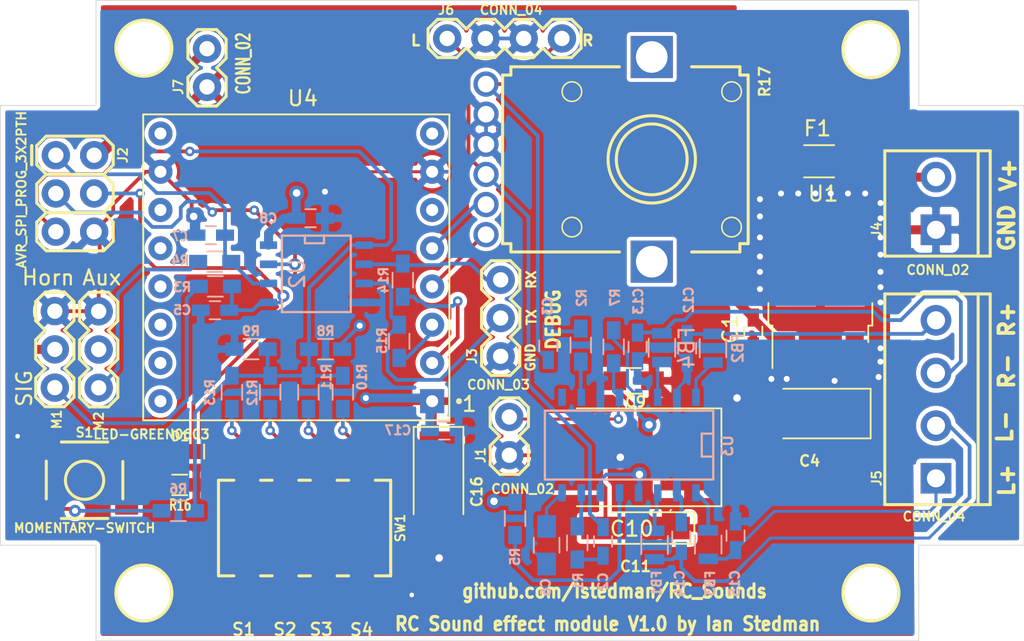
<source format=kicad_pcb>
(kicad_pcb (version 20171130) (host pcbnew "(5.1.7)-1")
  (layers (0 F.Cu signal) (31 B.Cu signal) (34 B.Paste user hide) (35 F.Paste user hide) (36 B.SilkS user) (37 F.SilkS user) (38 B.Mask user hide) (39 F.Mask user hide) (44 Edge.Cuts user))
  (net 0 "")
  (net 1 GND)
  (net 2 "Net-(C1-Pad1)")
  (net 3 /L_AUDIO)
  (net 4 "Net-(C2-Pad2)")
  (net 5 /R_AUDIO)
  (net 6 "Net-(C3-Pad2)")
  (net 7 +5V)
  (net 8 "Net-(C5-Pad1)")
  (net 9 "Net-(C6-Pad1)")
  (net 10 "Net-(C7-Pad1)")
  (net 11 "Net-(D1-PadA)")
  (net 12 "Net-(D1-PadC)")
  (net 13 "Net-(F1-Pad1)")
  (net 14 "Net-(FB1-Pad1)")
  (net 15 "Net-(FB2-Pad1)")
  (net 16 "Net-(FB3-Pad1)")
  (net 17 "Net-(FB4-Pad1)")
  (net 18 "Net-(J1-Pad2)")
  (net 19 "Net-(M1-Pad1)")
  (net 20 "Net-(M2-Pad1)")
  (net 21 "Net-(R5-Pad2)")
  (net 22 "Net-(R6-Pad2)")
  (net 23 "Net-(R10-Pad2)")
  (net 24 "Net-(R11-Pad2)")
  (net 25 "Net-(R12-Pad2)")
  (net 26 /SW_RX)
  (net 27 /SW_TX)
  (net 28 "Net-(R1-Pad2)")
  (net 29 "Net-(R2-Pad2)")
  (net 30 "Net-(U4-Pad13)")
  (net 31 "Net-(U4-Pad12)")
  (net 32 "Net-(U4-Pad6)")
  (net 33 "Net-(U4-Pad14)")
  (net 34 "Net-(U4-Pad11)")
  (net 35 "Net-(U4-Pad15)")
  (net 36 "Net-(U4-Pad16)")
  (net 37 "Net-(U4-Pad8)")
  (net 38 "Net-(U4-Pad9)")
  (net 39 "Net-(M2-Pad2)")
  (net 40 "Net-(R17-Pad1.3)")
  (net 41 "Net-(R17-Pad2.3)")
  (net 42 /RIGHT+)
  (net 43 /RIGHT-)
  (net 44 /LEFT-)
  (net 45 /LEFT+)
  (net 46 "Net-(J7-Pad2)")
  (net 47 /TX_MICRO)
  (net 48 /RX_MICRO)
  (net 49 "Net-(J2-Pad5)")
  (net 50 "Net-(R13-Pad2)")
  (module SMD_Packages:SOIC-8-N (layer B.Cu) (at 201.94778 60.71108 270)
    (fp_text reference U2 (at 0 1.27 90) (layer B.SilkS) (effects (justify mirror)))
    (fp_text value ATtiny85-20SU)
    (pad 8 smd rect (at -1.905 3.175 270) (size 0.508 1.143) (layers B.Cu B.Paste B.Mask) (net 7 +5V))
    (pad 7 smd rect (at -0.635 3.175 270) (size 0.508 1.143) (layers B.Cu B.Paste B.Mask) (net 12 "Net-(D1-PadC)"))
    (pad 6 smd rect (at 0.635 3.175 270) (size 0.508 1.143) (layers B.Cu B.Paste B.Mask) (net 10 "Net-(C7-Pad1)"))
    (pad 5 smd rect (at 1.905 3.175 270) (size 0.508 1.143) (layers B.Cu B.Paste B.Mask) (net 8 "Net-(C5-Pad1)"))
    (pad 4 smd rect (at 1.905 -3.175 270) (size 0.508 1.143) (layers B.Cu B.Paste B.Mask) (net 1 GND))
    (pad 3 smd rect (at 0.635 -3.175 270) (size 0.508 1.143) (layers B.Cu B.Paste B.Mask) (net 48 /RX_MICRO))
    (pad 2 smd rect (at -0.635 -3.175 270) (size 0.508 1.143) (layers B.Cu B.Paste B.Mask) (net 47 /TX_MICRO))
    (pad 1 smd rect (at -1.905 -3.175 270) (size 0.508 1.143) (layers B.Cu B.Paste B.Mask) (net 49 "Net-(J2-Pad5)"))
  )
  (module DFR0299:MODULE_DFR0299 (layer F.Cu) (at 200.61682 60.27928 180)
    (fp_text reference U4 (at -0.42926 11.22172 180) (layer F.SilkS))
    (fp_text value DFR0299)
    (pad 9 thru_hole circle (at 9.017 8.89 180) (size 1.6 1.6) (drill 0.8) (layers *.Cu *.Mask) (net 38 "Net-(U4-Pad9)"))
    (pad 8 thru_hole circle (at -9.017 8.89 180) (size 1.6 1.6) (drill 0.8) (layers *.Cu *.Mask) (net 37 "Net-(U4-Pad8)"))
    (pad 16 thru_hole circle (at 9.017 -8.89 180) (size 1.6 1.6) (drill 0.8) (layers *.Cu *.Mask) (net 36 "Net-(U4-Pad16)"))
    (pad 1 thru_hole rect (at -9.017 -8.89 180) (size 1.6 1.6) (drill 0.8) (layers *.Cu *.Mask) (net 7 +5V))
    (pad 10 thru_hole circle (at 9.017 6.35 180) (size 1.6 1.6) (drill 0.8) (layers *.Cu *.Mask) (net 1 GND))
    (pad 7 thru_hole circle (at -9.017 6.35 180) (size 1.6 1.6) (drill 0.8) (layers *.Cu *.Mask) (net 1 GND))
    (pad 15 thru_hole circle (at 9.017 -6.35 180) (size 1.6 1.6) (drill 0.8) (layers *.Cu *.Mask) (net 35 "Net-(U4-Pad15)"))
    (pad 2 thru_hole circle (at -9.017 -6.35 180) (size 1.6 1.6) (drill 0.8) (layers *.Cu *.Mask) (net 26 /SW_RX))
    (pad 11 thru_hole circle (at 9.017 3.81 180) (size 1.6 1.6) (drill 0.8) (layers *.Cu *.Mask) (net 34 "Net-(U4-Pad11)"))
    (pad 14 thru_hole circle (at 9.017 -3.81 180) (size 1.6 1.6) (drill 0.8) (layers *.Cu *.Mask) (net 33 "Net-(U4-Pad14)"))
    (pad 3 thru_hole circle (at -9.017 -3.81 180) (size 1.6 1.6) (drill 0.8) (layers *.Cu *.Mask) (net 27 /SW_TX))
    (pad 6 thru_hole circle (at -9.017 3.81 180) (size 1.6 1.6) (drill 0.8) (layers *.Cu *.Mask) (net 32 "Net-(U4-Pad6)"))
    (pad 12 thru_hole circle (at 9.017 1.27 180) (size 1.6 1.6) (drill 0.8) (layers *.Cu *.Mask) (net 31 "Net-(U4-Pad12)"))
    (pad 13 thru_hole circle (at 9.017 -1.27 180) (size 1.6 1.6) (drill 0.8) (layers *.Cu *.Mask) (net 30 "Net-(U4-Pad13)"))
    (pad 5 thru_hole circle (at -9.017 1.27 180) (size 1.6 1.6) (drill 0.8) (layers *.Cu *.Mask) (net 41 "Net-(R17-Pad2.3)"))
    (pad 4 thru_hole circle (at -9.017 -1.27 180) (size 1.6 1.6) (drill 0.8) (layers *.Cu *.Mask) (net 40 "Net-(R17-Pad1.3)"))
  )
  (module Resistors_SMD:R_0805 (layer B.Cu) (at 224.88652 65.61836 90)
    (fp_text reference FB4 (at 0 1.65 90) (layer B.SilkS) (effects (justify mirror)))
    (fp_text value Ferrite_Bead_Small)
    (pad 1 smd rect (at -0.95 0 90) (size 0.7 1.3) (layers B.Cu B.Paste B.Mask) (net 17 "Net-(FB4-Pad1)"))
    (pad 2 smd rect (at 0.95 0 90) (size 0.7 1.3) (layers B.Cu B.Paste B.Mask) (net 43 /RIGHT-))
  )
  (module Resistors_SMD:R_0805 (layer B.Cu) (at 227.95992 78.69428 270)
    (fp_text reference FB3 (at 2.58572 -0.13208 90) (layer B.SilkS) (effects (font (size 0.6 0.6)) (justify mirror)))
    (fp_text value Ferrite_Bead_Small)
    (pad 1 smd rect (at -0.95 0 270) (size 0.7 1.3) (layers B.Cu B.Paste B.Mask) (net 16 "Net-(FB3-Pad1)"))
    (pad 2 smd rect (at 0.95 0 270) (size 0.7 1.3) (layers B.Cu B.Paste B.Mask) (net 45 /LEFT+))
  )
  (module Resistors_SMD:R_0805 (layer B.Cu) (at 228.27488 65.64884 90)
    (fp_text reference FB2 (at 0 1.65 90) (layer B.SilkS) (effects (font (size 0.7 0.7)) (justify mirror)))
    (fp_text value Ferrite_Bead_Small)
    (pad 1 smd rect (at -0.95 0 90) (size 0.7 1.3) (layers B.Cu B.Paste B.Mask) (net 15 "Net-(FB2-Pad1)"))
    (pad 2 smd rect (at 0.95 0 90) (size 0.7 1.3) (layers B.Cu B.Paste B.Mask) (net 42 /RIGHT+))
  )
  (module Resistors_SMD:R_0805 (layer B.Cu) (at 224.39884 78.72476 270)
    (fp_text reference FB1 (at 2.55524 -0.13716 90) (layer B.SilkS) (effects (font (size 0.6 0.6)) (justify mirror)))
    (fp_text value Ferrite_Bead_Small)
    (pad 1 smd rect (at -0.95 0 270) (size 0.7 1.3) (layers B.Cu B.Paste B.Mask) (net 14 "Net-(FB1-Pad1)"))
    (pad 2 smd rect (at 0.95 0 270) (size 0.7 1.3) (layers B.Cu B.Paste B.Mask) (net 44 /LEFT-))
  )
  (module Fuse_Holders_and_Fuses:Fuse_SMD1206_HandSoldering (layer F.Cu) (at 235.32084 53.23332 180)
    (fp_text reference F1 (at 0.11684 2.17932) (layer F.SilkS))
    (fp_text value Polyfuse_Small)
    (pad 1 smd rect (at -2.09 0 270) (size 2.03 2.65) (layers F.Cu F.Paste F.Mask) (net 13 "Net-(F1-Pad1)"))
    (pad 2 smd rect (at 2.09 0 270) (size 2.03 2.65) (layers F.Cu F.Paste F.Mask) (net 2 "Net-(C1-Pad1)"))
  )
  (module Capacitors_Tantalum_SMD:CP_Tantalum_Case-B_EIA-3528-21_Hand (layer F.Cu) (at 210.058 74.93 270)
    (fp_text reference C16 (at 0.254 -2.54 90) (layer F.SilkS) (effects (font (size 0.7 0.7))))
    (fp_text value 10uF)
    (pad 1 smd rect (at -2.15 0 270) (size 3.2 2.5) (layers F.Cu F.Paste F.Mask) (net 7 +5V))
    (pad 2 smd rect (at 2.15 0 270) (size 3.2 2.5) (layers F.Cu F.Paste F.Mask) (net 1 GND))
  )
  (module Capacitors_Tantalum_SMD:CP_Tantalum_Case-A_EIA-3216-18_Hand (layer F.Cu) (at 223.139 77.597 180)
    (fp_text reference C11 (at 0 -2.55) (layer F.SilkS) (effects (font (size 0.7 0.7))))
    (fp_text value 1uF)
    (pad 1 smd rect (at -2 0 180) (size 3.2 1.5) (layers F.Cu F.Paste F.Mask) (net 7 +5V))
    (pad 2 smd rect (at 2 0 180) (size 3.2 1.5) (layers F.Cu F.Paste F.Mask) (net 1 GND))
  )
  (module Capacitors_Tantalum_SMD:CP_Tantalum_Case-E_EIA-7260-38_Hand (layer F.Cu) (at 222.885 72.898 180)
    (fp_text reference C10 (at 0 -4.75) (layer F.SilkS))
    (fp_text value 470uF)
    (pad 1 smd rect (at -3.775 0 180) (size 3.75 4.4) (layers F.Cu F.Paste F.Mask) (net 7 +5V))
    (pad 2 smd rect (at 3.775 0 180) (size 3.75 4.4) (layers F.Cu F.Paste F.Mask) (net 1 GND))
  )
  (module Capacitors_Tantalum_SMD:CP_Tantalum_Case-B_EIA-3528-21_Hand (layer F.Cu) (at 234.69092 69.99224 180)
    (fp_text reference C4 (at 0 -3.15) (layer F.SilkS) (effects (font (size 0.7 0.7))))
    (fp_text value 10uF)
    (pad 1 smd rect (at -2.15 0 180) (size 3.2 2.5) (layers F.Cu F.Paste F.Mask) (net 7 +5V))
    (pad 2 smd rect (at 2.15 0 180) (size 3.2 2.5) (layers F.Cu F.Paste F.Mask) (net 1 GND))
  )
  (module DFR0299:PTV112 (layer F.Cu) (at 224.21088 53.10632 270)
    (fp_text reference R17 (at -5.1562 -7.49808 270) (layer F.SilkS) (effects (font (size 0.7 0.7))))
    (fp_text value PTV112)
    (pad M1 thru_hole rect (at -6.8 0 270) (size 2.8 2.8) (drill 2.1) (layers *.Cu *.Mask))
    (pad M2 thru_hole rect (at 6.8 0 270) (size 2.8 2.8) (drill 2.1) (layers *.Cu *.Mask))
    (pad 1.3 thru_hole circle (at 5 11 270) (size 1.6764 1.6764) (drill 1.1) (layers *.Cu *.Mask) (net 40 "Net-(R17-Pad1.3)"))
    (pad 2.3 thru_hole circle (at 3 11 270) (size 1.6764 1.6764) (drill 1.1) (layers *.Cu *.Mask) (net 41 "Net-(R17-Pad2.3)"))
    (pad 2.2 thru_hole circle (at 1 11 270) (size 1.6764 1.6764) (drill 1.1) (layers *.Cu *.Mask) (net 3 /L_AUDIO))
    (pad 2.1 thru_hole circle (at -1 11 270) (size 1.6764 1.6764) (drill 1.1) (layers *.Cu *.Mask) (net 1 GND))
    (pad 1.1 thru_hole circle (at -3 11 270) (size 1.6764 1.6764) (drill 1.1) (layers *.Cu *.Mask) (net 1 GND))
    (pad 1.2 thru_hole circle (at -5 11 270) (size 1.6764 1.6764) (drill 1.1) (layers *.Cu *.Mask) (net 5 /R_AUDIO))
  )
  (module SMD_Packages:SO-16-N (layer B.Cu) (at 222.70466 72.08774 180)
    (fp_text reference U3 (at -6.53034 -0.04826 90) (layer B.SilkS) (effects (font (size 0.7 0.7)) (justify mirror)))
    (fp_text value PAM8403DR)
    (pad 16 smd rect (at -4.445 3.175 180) (size 0.508 1.143) (layers B.Cu B.Paste B.Mask) (net 15 "Net-(FB2-Pad1)"))
    (pad 14 smd rect (at -1.905 3.175 180) (size 0.508 1.143) (layers B.Cu B.Paste B.Mask) (net 17 "Net-(FB4-Pad1)"))
    (pad 13 smd rect (at -0.635 3.175 180) (size 0.508 1.143) (layers B.Cu B.Paste B.Mask) (net 7 +5V))
    (pad 12 smd rect (at 0.635 3.175 180) (size 0.508 1.143) (layers B.Cu B.Paste B.Mask) (net 18 "Net-(J1-Pad2)"))
    (pad 11 smd rect (at 1.905 3.175 180) (size 0.508 1.143) (layers B.Cu B.Paste B.Mask) (net 1 GND))
    (pad 10 smd rect (at 3.175 3.175 180) (size 0.508 1.143) (layers B.Cu B.Paste B.Mask) (net 29 "Net-(R2-Pad2)"))
    (pad 9 smd rect (at 4.445 3.175 180) (size 0.508 1.143) (layers B.Cu B.Paste B.Mask))
    (pad 8 smd rect (at 4.445 -3.175 180) (size 0.508 1.143) (layers B.Cu B.Paste B.Mask) (net 9 "Net-(C6-Pad1)"))
    (pad 7 smd rect (at 3.175 -3.175 180) (size 0.508 1.143) (layers B.Cu B.Paste B.Mask) (net 28 "Net-(R1-Pad2)"))
    (pad 6 smd rect (at 1.905 -3.175 180) (size 0.508 1.143) (layers B.Cu B.Paste B.Mask) (net 7 +5V))
    (pad 5 smd rect (at 0.635 -3.175 180) (size 0.508 1.143) (layers B.Cu B.Paste B.Mask) (net 21 "Net-(R5-Pad2)"))
    (pad 4 smd rect (at -0.635 -3.175 180) (size 0.508 1.143) (layers B.Cu B.Paste B.Mask) (net 7 +5V))
    (pad 3 smd rect (at -1.905 -3.175 180) (size 0.508 1.143) (layers B.Cu B.Paste B.Mask) (net 14 "Net-(FB1-Pad1)"))
    (pad 2 smd rect (at -3.175 -3.175 180) (size 0.508 1.143) (layers B.Cu B.Paste B.Mask) (net 1 GND))
    (pad 1 smd rect (at -4.445 -3.175 180) (size 0.508 1.143) (layers B.Cu B.Paste B.Mask) (net 16 "Net-(FB3-Pad1)"))
    (pad 15 smd rect (at -3.175 3.175 180) (size 0.508 1.143) (layers B.Cu B.Paste B.Mask) (net 1 GND))
  )
  (module Resistors_SMD:R_0603_HandSoldering (layer B.Cu) (at 219.49918 65.4431 270)
    (fp_text reference R2 (at -3.1369 -0.05842 90) (layer B.SilkS) (effects (font (size 0.6 0.6)) (justify mirror)))
    (fp_text value 10K)
    (pad 1 smd rect (at -1.1 0 270) (size 1.2 0.9) (layers B.Cu B.Paste B.Mask) (net 6 "Net-(C3-Pad2)"))
    (pad 2 smd rect (at 1.1 0 270) (size 1.2 0.9) (layers B.Cu B.Paste B.Mask) (net 29 "Net-(R2-Pad2)"))
  )
  (module Capacitors_SMD:C_0603_HandSoldering (layer B.Cu) (at 217.34526 65.48628 90)
    (fp_text reference C3 (at 2.62128 -0.04826 90) (layer B.SilkS) (effects (font (size 0.6 0.6)) (justify mirror)))
    (fp_text value 470nF)
    (pad 1 smd rect (at -0.95 0 90) (size 1.2 0.75) (layers B.Cu B.Paste B.Mask) (net 5 /R_AUDIO))
    (pad 2 smd rect (at 0.95 0 90) (size 1.2 0.75) (layers B.Cu B.Paste B.Mask) (net 6 "Net-(C3-Pad2)"))
  )
  (module Resistors_SMD:R_0603_HandSoldering (layer B.Cu) (at 221.68104 65.5574 270)
    (fp_text reference R7 (at -3.28168 -0.09398 90) (layer B.SilkS) (effects (font (size 0.6 0.6)) (justify mirror)))
    (fp_text value 10K)
    (pad 1 smd rect (at -1.1 0 270) (size 1.2 0.9) (layers B.Cu B.Paste B.Mask) (net 7 +5V))
    (pad 2 smd rect (at 1.1 0 270) (size 1.2 0.9) (layers B.Cu B.Paste B.Mask) (net 18 "Net-(J1-Pad2)"))
  )
  (module Connectors:2X3 (layer F.Cu) (at 184.658 52.832 270)
    (fp_text reference J2 (at 0 -4.445 90) (layer F.SilkS) (effects (font (size 0.6096 0.6096) (thickness 0.127))))
    (fp_text value AVR_SPI_PROG_3X2PTH (at 2.286 2.286 90) (layer F.SilkS) (effects (font (size 0.6096 0.6096) (thickness 0.127))))
    (pad 6 thru_hole circle (at 5.08 -2.54 270) (size 1.8796 1.8796) (drill 1.016) (layers *.Cu *.Mask) (net 1 GND))
    (pad 5 thru_hole circle (at 5.08 0 270) (size 1.8796 1.8796) (drill 1.016) (layers *.Cu *.Mask) (net 49 "Net-(J2-Pad5)"))
    (pad 4 thru_hole circle (at 2.54 -2.54 270) (size 1.8796 1.8796) (drill 1.016) (layers *.Cu *.Mask) (net 8 "Net-(C5-Pad1)"))
    (pad 3 thru_hole circle (at 2.54 0 270) (size 1.8796 1.8796) (drill 1.016) (layers *.Cu *.Mask) (net 12 "Net-(D1-PadC)"))
    (pad 2 thru_hole circle (at 0 -2.54 270) (size 1.8796 1.8796) (drill 1.016) (layers *.Cu *.Mask) (net 7 +5V))
    (pad 1 thru_hole circle (at 0 0 270) (size 1.8796 1.8796) (drill 1.016) (layers *.Cu *.Mask) (net 10 "Net-(C7-Pad1)"))
  )
  (module Switches:TACTILE_SWITCH_SMD_5.2MM (layer F.Cu) (at 186.563 74.422)
    (fp_text reference S1 (at 0 -3.175) (layer F.SilkS) (effects (font (size 0.6096 0.6096) (thickness 0.127))))
    (fp_text value MOMENTARY-SWITCH (at 0 3.175) (layer F.SilkS) (effects (font (size 0.6096 0.6096) (thickness 0.127))))
    (pad 4 smd rect (at 2.794 1.905 90) (size 0.762 1.524) (layers F.Cu F.Paste F.Mask))
    (pad 3 smd rect (at -2.794 1.905 90) (size 0.762 1.524) (layers F.Cu F.Paste F.Mask) (net 22 "Net-(R6-Pad2)"))
    (pad 2 smd rect (at 2.794 -1.905 90) (size 0.762 1.524) (layers F.Cu F.Paste F.Mask))
    (pad 1 smd rect (at -2.794 -1.905 90) (size 0.762 1.524) (layers F.Cu F.Paste F.Mask) (net 1 GND))
  )
  (module Connectors:1X03 (layer F.Cu) (at 187.50026 68.28028 90)
    (fp_text reference M2 (at -2.23012 0.01016 90) (layer F.SilkS) (effects (font (size 0.6096 0.6096) (thickness 0.127))))
    (fp_text value Motor_Servo_JR hide)
    (pad 3 thru_hole circle (at 5.08 0 90) (size 1.8796 1.8796) (drill 1.016) (layers *.Cu *.Mask) (net 1 GND))
    (pad 2 thru_hole circle (at 2.54 0 90) (size 1.8796 1.8796) (drill 1.016) (layers *.Cu *.Mask) (net 39 "Net-(M2-Pad2)"))
    (pad 1 thru_hole circle (at 0 0 90) (size 1.8796 1.8796) (drill 1.016) (layers *.Cu *.Mask) (net 20 "Net-(M2-Pad1)"))
  )
  (module Connectors:1X03 (layer F.Cu) (at 184.58942 68.27012 90)
    (fp_text reference M1 (at -2.11328 0.127 90) (layer F.SilkS) (effects (font (size 0.6096 0.6096) (thickness 0.127))))
    (fp_text value Motor_Servo_JR hide)
    (pad 3 thru_hole circle (at 5.08 0 90) (size 1.8796 1.8796) (drill 1.016) (layers *.Cu *.Mask) (net 1 GND))
    (pad 2 thru_hole circle (at 2.54 0 90) (size 1.8796 1.8796) (drill 1.016) (layers *.Cu *.Mask) (net 46 "Net-(J7-Pad2)"))
    (pad 1 thru_hole circle (at 0 0 90) (size 1.8796 1.8796) (drill 1.016) (layers *.Cu *.Mask) (net 19 "Net-(M1-Pad1)"))
  )
  (module Connectors:SCREWTERMINAL-3.5MM-4 (layer F.Cu) (at 243.078 74.295 90)
    (fp_text reference J5 (at 0 -3.937 90) (layer F.SilkS) (effects (font (size 0.6096 0.6096) (thickness 0.127))))
    (fp_text value CONN_04 (at -2.54 -0.127 180) (layer F.SilkS) (effects (font (size 0.6096 0.6096) (thickness 0.127))))
    (pad 4 thru_hole circle (at 10.49782 0 90) (size 2.032 2.032) (drill 1.19888) (layers *.Cu *.Mask) (net 42 /RIGHT+))
    (pad 3 thru_hole circle (at 6.9977 0 90) (size 2.032 2.032) (drill 1.19888) (layers *.Cu *.Mask) (net 43 /RIGHT-))
    (pad 2 thru_hole circle (at 3.49758 0 90) (size 2.032 2.032) (drill 1.19888) (layers *.Cu *.Mask) (net 44 /LEFT-))
    (pad 1 thru_hole rect (at 0 0 90) (size 2.032 2.032) (drill 1.19888) (layers *.Cu *.Mask) (net 45 /LEFT+))
  )
  (module Connectors:SCREWTERMINAL-3.5MM-2 (layer F.Cu) (at 243.078 57.785 90)
    (fp_text reference J4 (at 0 -3.937 270) (layer F.SilkS) (effects (font (size 0.6096 0.6096) (thickness 0.127))))
    (fp_text value CONN_02 (at -2.667 0.127 180) (layer F.SilkS) (effects (font (size 0.6096 0.6096) (thickness 0.127))))
    (pad 2 thru_hole circle (at 3.49758 0 90) (size 2.032 2.032) (drill 1.19888) (layers *.Cu *.Mask) (net 13 "Net-(F1-Pad1)"))
    (pad 1 thru_hole rect (at 0 0 90) (size 2.032 2.032) (drill 1.19888) (layers *.Cu *.Mask) (net 1 GND))
  )
  (module Connectors:1X03 (layer F.Cu) (at 214.18296 66.18732 90)
    (fp_text reference J3 (at 0 -1.905 90) (layer F.SilkS) (effects (font (size 0.6096 0.6096) (thickness 0.127))))
    (fp_text value CONN_03 (at -1.88976 -0.14224 180) (layer F.SilkS) (effects (font (size 0.6096 0.6096) (thickness 0.127))))
    (pad 3 thru_hole circle (at 5.08 0 90) (size 1.8796 1.8796) (drill 1.016) (layers *.Cu *.Mask) (net 47 /TX_MICRO))
    (pad 2 thru_hole circle (at 2.54 0 90) (size 1.8796 1.8796) (drill 1.016) (layers *.Cu *.Mask) (net 48 /RX_MICRO))
    (pad 1 thru_hole circle (at 0 0 90) (size 1.8796 1.8796) (drill 1.016) (layers *.Cu *.Mask) (net 1 GND))
  )
  (module Hardware:STAND-OFF-TIGHT (layer F.Cu) (at 238.76 45.8216)
    (fp_text reference H3 hide)
    (fp_text value STAND-OFFTIGHT hide)
    (pad "" np_thru_hole circle (at 0 0) (size 3.048 3.048) (drill 3.048) (layers *.Cu *.Mask))
  )
  (module LED:LED-0603 (layer F.Cu) (at 192.913 72.517)
    (fp_text reference D1 (at 0 -1.016) (layer F.SilkS) (effects (font (size 0.6096 0.6096) (thickness 0.127))))
    (fp_text value LED-GREEN0603 (at -1.905 -1.143) (layer F.SilkS) (effects (font (size 0.6096 0.6096) (thickness 0.127))))
    (pad C smd rect (at 0.8763 0 270) (size 0.99822 0.99822) (layers F.Cu F.Paste F.Mask) (net 12 "Net-(D1-PadC)"))
    (pad A smd rect (at -0.8763 0 270) (size 0.99822 0.99822) (layers F.Cu F.Paste F.Mask) (net 11 "Net-(D1-PadA)"))
  )
  (module Connectors:1X02 (layer F.Cu) (at 194.691 48.29556 90)
    (fp_text reference J7 (at 0 -1.905 90) (layer F.SilkS) (effects (font (size 0.6096 0.6096) (thickness 0.127))))
    (fp_text value CONN_02 (at 1.55956 2.413 90) (layer F.SilkS) (effects (font (size 0.9 0.6))))
    (pad 2 thru_hole circle (at 2.54 0 90) (size 1.8796 1.8796) (drill 1.016) (layers *.Cu *.Mask) (net 46 "Net-(J7-Pad2)"))
    (pad 1 thru_hole circle (at 0 0 90) (size 1.8796 1.8796) (drill 1.016) (layers *.Cu *.Mask) (net 7 +5V))
  )
  (module Hardware:STAND-OFF-TIGHT (layer F.Cu) (at 238.76 81.915)
    (fp_text reference H4 hide)
    (fp_text value STAND-OFFTIGHT hide)
    (pad "" np_thru_hole circle (at 0 0) (size 3.048 3.048) (drill 3.048) (layers *.Cu *.Mask))
  )
  (module Hardware:STAND-OFF-TIGHT (layer F.Cu) (at 190.5 81.915)
    (fp_text reference H2 hide)
    (fp_text value STAND-OFFTIGHT hide)
    (pad "" np_thru_hole circle (at 0 0) (size 3.048 3.048) (drill 3.048) (layers *.Cu *.Mask))
  )
  (module Hardware:STAND-OFF-TIGHT (layer F.Cu) (at 190.5 45.72)
    (fp_text reference H1 hide)
    (fp_text value STAND-OFFTIGHT hide)
    (pad "" np_thru_hole circle (at 0 0) (size 3.048 3.048) (drill 3.048) (layers *.Cu *.Mask))
  )
  (module Connectors:1X02 (layer F.Cu) (at 214.757 72.76084 90)
    (fp_text reference J1 (at 0 -1.905 90) (layer F.SilkS) (effects (font (size 0.6096 0.6096) (thickness 0.127))))
    (fp_text value CONN_02 (at -2.24028 0.889 180) (layer F.SilkS) (effects (font (size 0.6096 0.6096) (thickness 0.127))))
    (pad 2 thru_hole circle (at 2.54 0 90) (size 1.8796 1.8796) (drill 1.016) (layers *.Cu *.Mask) (net 18 "Net-(J1-Pad2)"))
    (pad 1 thru_hole circle (at 0 0 90) (size 1.8796 1.8796) (drill 1.016) (layers *.Cu *.Mask) (net 1 GND))
  )
  (module Capacitors_SMD:C_0805_HandSoldering (layer F.Cu) (at 223.012 67.818 180)
    (fp_text reference C9 (at -0.127 -1.397) (layer F.SilkS) (effects (font (size 0.7 0.7))))
    (fp_text value 1uF)
    (pad 1 smd rect (at -1.25 0 180) (size 1.5 1.25) (layers F.Cu F.Paste F.Mask) (net 7 +5V))
    (pad 2 smd rect (at 1.25 0 180) (size 1.5 1.25) (layers F.Cu F.Paste F.Mask) (net 1 GND))
  )
  (module TO_SOT_Packages_SMD:TO-252-2 (layer F.Cu) (at 235.40212 61.67824 90)
    (fp_text reference U1 (at 6.28592 0.18796 180) (layer F.SilkS))
    (fp_text value LD29080DTR50)
    (pad 1 smd rect (at -4.2 -2.28 90) (size 2.2 1.2) (layers F.Cu F.Paste F.Mask) (net 2 "Net-(C1-Pad1)"))
    (pad 3 smd rect (at -4.2 2.28 90) (size 2.2 1.2) (layers F.Cu F.Paste F.Mask) (net 7 +5V))
    (pad 2 smd rect (at 2.1 0 90) (size 6.4 5.8) (layers F.Cu F.Mask) (net 1 GND))
    (pad 2 smd rect (at 3.775 1.525 90) (size 3.05 2.75) (layers F.Cu F.Paste) (net 1 GND))
    (pad 2 smd rect (at 0.425 -1.525 90) (size 3.05 2.75) (layers F.Cu F.Paste) (net 1 GND))
    (pad 2 smd rect (at 3.775 -1.525 90) (size 3.05 2.75) (layers F.Cu F.Paste) (net 1 GND))
    (pad 2 smd rect (at 0.425 1.525 90) (size 3.05 2.75) (layers F.Cu F.Paste) (net 1 GND))
  )
  (module Switches:DIPSWITCH-04-SMD (layer F.Cu) (at 201.168 77.597 180)
    (fp_text reference SW1 (at -6.35 0 90) (layer F.SilkS) (effects (font (size 0.6096 0.6096) (thickness 0.127))))
    (fp_text value SW_DIP_x04 hide)
    (pad 8 smd rect (at -3.81 4.445 270) (size 2.54 1.27) (layers F.Cu F.Paste F.Mask) (net 23 "Net-(R10-Pad2)"))
    (pad 7 smd rect (at -1.27 4.445 270) (size 2.54 1.27) (layers F.Cu F.Paste F.Mask) (net 24 "Net-(R11-Pad2)"))
    (pad 6 smd rect (at 1.27 4.445 270) (size 2.54 1.27) (layers F.Cu F.Paste F.Mask) (net 25 "Net-(R12-Pad2)"))
    (pad 5 smd rect (at 3.81 4.445 270) (size 2.54 1.27) (layers F.Cu F.Paste F.Mask) (net 50 "Net-(R13-Pad2)"))
    (pad 4 smd rect (at 3.81 -4.445 270) (size 2.54 1.27) (layers F.Cu F.Paste F.Mask) (net 1 GND))
    (pad 3 smd rect (at 1.27 -4.445 270) (size 2.54 1.27) (layers F.Cu F.Paste F.Mask) (net 1 GND))
    (pad 2 smd rect (at -1.27 -4.445 270) (size 2.54 1.27) (layers F.Cu F.Paste F.Mask) (net 1 GND))
    (pad 1 smd rect (at -3.81 -4.445 270) (size 2.54 1.27) (layers F.Cu F.Paste F.Mask) (net 1 GND))
  )
  (module Resistors_SMD:R_0603_HandSoldering (layer B.Cu) (at 219.26804 78.58506 90)
    (fp_text reference R1 (at -2.56794 0.06096 90) (layer B.SilkS) (effects (font (size 0.6 0.6)) (justify mirror)))
    (fp_text value 10K)
    (pad 1 smd rect (at -1.1 0 90) (size 1.2 0.9) (layers B.Cu B.Paste B.Mask) (net 4 "Net-(C2-Pad2)"))
    (pad 2 smd rect (at 1.1 0 90) (size 1.2 0.9) (layers B.Cu B.Paste B.Mask) (net 28 "Net-(R1-Pad2)"))
  )
  (module Capacitors_SMD:C_0603_HandSoldering (layer F.Cu) (at 230.95204 64.5668 270)
    (fp_text reference C1 (at -0.18288 1.524 90) (layer F.SilkS))
    (fp_text value 100nF)
    (pad 1 smd rect (at -0.95 0 270) (size 1.2 0.75) (layers F.Cu F.Paste F.Mask) (net 2 "Net-(C1-Pad1)"))
    (pad 2 smd rect (at 0.95 0 270) (size 1.2 0.75) (layers F.Cu F.Paste F.Mask) (net 1 GND))
  )
  (module Capacitors_SMD:C_0603_HandSoldering (layer B.Cu) (at 220.98 78.486 270)
    (fp_text reference C2 (at 2.667 0 90) (layer B.SilkS) (effects (font (size 0.6 0.6)) (justify mirror)))
    (fp_text value 470nF)
    (pad 1 smd rect (at -0.95 0 270) (size 1.2 0.75) (layers B.Cu B.Paste B.Mask) (net 3 /L_AUDIO))
    (pad 2 smd rect (at 0.95 0 270) (size 1.2 0.75) (layers B.Cu B.Paste B.Mask) (net 4 "Net-(C2-Pad2)"))
  )
  (module Capacitors_SMD:C_0603_HandSoldering (layer B.Cu) (at 195.21932 63.12916 180)
    (fp_text reference C5 (at 2.17932 0.01016) (layer B.SilkS) (effects (font (size 0.6 0.6)) (justify mirror)))
    (fp_text value SPO)
    (pad 1 smd rect (at -0.95 0 180) (size 1.2 0.75) (layers B.Cu B.Paste B.Mask) (net 8 "Net-(C5-Pad1)"))
    (pad 2 smd rect (at 0.95 0 180) (size 1.2 0.75) (layers B.Cu B.Paste B.Mask) (net 1 GND))
  )
  (module Capacitors_SMD:C_0805_HandSoldering (layer B.Cu) (at 217.2335 78.74 270)
    (fp_text reference C6 (at 2.794 0.0635 90) (layer B.SilkS) (effects (font (size 0.6 0.6)) (justify mirror)))
    (fp_text value 1uF)
    (pad 1 smd rect (at -1.25 0 270) (size 1.5 1.25) (layers B.Cu B.Paste B.Mask) (net 9 "Net-(C6-Pad1)"))
    (pad 2 smd rect (at 1.25 0 270) (size 1.5 1.25) (layers B.Cu B.Paste B.Mask) (net 1 GND))
  )
  (module Capacitors_SMD:C_0603_HandSoldering (layer B.Cu) (at 194.93738 58.1406 180)
    (fp_text reference C7 (at 2.032 -0.08128) (layer B.SilkS) (effects (font (size 0.6 0.5) (thickness 0.125)) (justify mirror)))
    (fp_text value SPO)
    (pad 1 smd rect (at -0.95 0 180) (size 1.2 0.75) (layers B.Cu B.Paste B.Mask) (net 10 "Net-(C7-Pad1)"))
    (pad 2 smd rect (at 0.95 0 180) (size 1.2 0.75) (layers B.Cu B.Paste B.Mask) (net 1 GND))
  )
  (module Capacitors_SMD:C_0603_HandSoldering (layer B.Cu) (at 201.56678 57.01538)
    (fp_text reference C8 (at -2.81178 0.00762) (layer B.SilkS) (effects (font (size 0.6 0.6)) (justify mirror)))
    (fp_text value 100nF)
    (pad 1 smd rect (at -0.95 0) (size 1.2 0.75) (layers B.Cu B.Paste B.Mask) (net 7 +5V))
    (pad 2 smd rect (at 0.95 0) (size 1.2 0.75) (layers B.Cu B.Paste B.Mask) (net 1 GND))
  )
  (module Capacitors_SMD:C_0603_HandSoldering (layer B.Cu) (at 226.55784 65.659 270)
    (fp_text reference C12 (at -3.21564 -0.10922 90) (layer B.SilkS) (effects (font (size 0.6 0.6)) (justify mirror)))
    (fp_text value 220pF)
    (pad 1 smd rect (at -0.95 0 270) (size 1.2 0.75) (layers B.Cu B.Paste B.Mask) (net 42 /RIGHT+))
    (pad 2 smd rect (at 0.95 0 270) (size 1.2 0.75) (layers B.Cu B.Paste B.Mask) (net 1 GND))
  )
  (module Capacitors_SMD:C_0603_HandSoldering (layer B.Cu) (at 223.27108 65.56248 270)
    (fp_text reference C13 (at -3.02514 -0.04572 90) (layer B.SilkS) (effects (font (size 0.6 0.6)) (justify mirror)))
    (fp_text value 220pF)
    (pad 1 smd rect (at -0.95 0 270) (size 1.2 0.75) (layers B.Cu B.Paste B.Mask) (net 43 /RIGHT-))
    (pad 2 smd rect (at 0.95 0 270) (size 1.2 0.75) (layers B.Cu B.Paste B.Mask) (net 1 GND))
  )
  (module Capacitors_SMD:C_0603_HandSoldering (layer B.Cu) (at 226.17176 78.17104 90)
    (fp_text reference C14 (at -3.10896 -0.11176 90) (layer B.SilkS) (effects (font (size 0.6 0.6)) (justify mirror)))
    (fp_text value 220pf)
    (pad 1 smd rect (at -0.95 0 90) (size 1.2 0.75) (layers B.Cu B.Paste B.Mask) (net 44 /LEFT-))
    (pad 2 smd rect (at 0.95 0 90) (size 1.2 0.75) (layers B.Cu B.Paste B.Mask) (net 1 GND))
  )
  (module Capacitors_SMD:C_0603_HandSoldering (layer B.Cu) (at 229.77348 78.11008 90)
    (fp_text reference C15 (at -3.16992 -0.04318 90) (layer B.SilkS) (effects (font (size 0.6 0.6)) (justify mirror)))
    (fp_text value 220pF)
    (pad 1 smd rect (at -0.95 0 90) (size 1.2 0.75) (layers B.Cu B.Paste B.Mask) (net 45 /LEFT+))
    (pad 2 smd rect (at 0.95 0 90) (size 1.2 0.75) (layers B.Cu B.Paste B.Mask) (net 1 GND))
  )
  (module Capacitors_SMD:C_0603_HandSoldering (layer B.Cu) (at 210.439 71.12)
    (fp_text reference C17 (at -3.0734 -0.01524) (layer B.SilkS) (effects (font (size 0.6 0.6)) (justify mirror)))
    (fp_text value 100nF)
    (pad 1 smd rect (at -0.95 0) (size 1.2 0.75) (layers B.Cu B.Paste B.Mask) (net 7 +5V))
    (pad 2 smd rect (at 0.95 0) (size 1.2 0.75) (layers B.Cu B.Paste B.Mask) (net 1 GND))
  )
  (module Connectors:1X04 (layer F.Cu) (at 210.63204 45.07484)
    (fp_text reference J6 (at -0.06604 -1.89484) (layer F.SilkS) (effects (font (size 0.6096 0.6096) (thickness 0.127))))
    (fp_text value CONN_04 (at 4.25196 -1.89484) (layer F.SilkS) (effects (font (size 0.6096 0.6096) (thickness 0.127))))
    (pad 4 thru_hole circle (at 7.62 0) (size 1.8796 1.8796) (drill 1.016) (layers *.Cu *.Mask) (net 5 /R_AUDIO))
    (pad 3 thru_hole circle (at 5.08 0) (size 1.8796 1.8796) (drill 1.016) (layers *.Cu *.Mask) (net 1 GND))
    (pad 2 thru_hole circle (at 2.54 0) (size 1.8796 1.8796) (drill 1.016) (layers *.Cu *.Mask) (net 1 GND))
    (pad 1 thru_hole circle (at 0 0) (size 1.8796 1.8796) (drill 1.016) (layers *.Cu *.Mask) (net 3 /L_AUDIO))
  )
  (module Resistors_SMD:R_0603_HandSoldering (layer B.Cu) (at 195.24472 61.5442 180)
    (fp_text reference R3 (at 2.20472 -0.0508) (layer B.SilkS) (effects (font (size 0.6 0.6)) (justify mirror)))
    (fp_text value 0)
    (pad 1 smd rect (at -1.1 0 180) (size 1.2 0.9) (layers B.Cu B.Paste B.Mask) (net 8 "Net-(C5-Pad1)"))
    (pad 2 smd rect (at 1.1 0 180) (size 1.2 0.9) (layers B.Cu B.Paste B.Mask) (net 19 "Net-(M1-Pad1)"))
  )
  (module Resistors_SMD:R_0603_HandSoldering (layer B.Cu) (at 195.199 59.89828 180)
    (fp_text reference R4 (at 2.286 0.08128) (layer B.SilkS) (effects (font (size 0.6 0.6)) (justify mirror)))
    (fp_text value 0)
    (pad 1 smd rect (at -1.1 0 180) (size 1.2 0.9) (layers B.Cu B.Paste B.Mask) (net 10 "Net-(C7-Pad1)"))
    (pad 2 smd rect (at 1.1 0 180) (size 1.2 0.9) (layers B.Cu B.Paste B.Mask) (net 20 "Net-(M2-Pad1)"))
  )
  (module Resistors_SMD:R_0603_HandSoldering (layer B.Cu) (at 215.138 76.962 270)
    (fp_text reference R5 (at 2.54 0 90) (layer B.SilkS) (effects (font (size 0.6 0.6)) (justify mirror)))
    (fp_text value 10K)
    (pad 1 smd rect (at -1.1 0 270) (size 1.2 0.9) (layers B.Cu B.Paste B.Mask) (net 7 +5V))
    (pad 2 smd rect (at 1.1 0 270) (size 1.2 0.9) (layers B.Cu B.Paste B.Mask) (net 21 "Net-(R5-Pad2)"))
  )
  (module Resistors_SMD:R_0603_HandSoldering (layer B.Cu) (at 192.786 76.454 180)
    (fp_text reference R6 (at 0 1.45) (layer B.SilkS) (effects (font (size 0.6 0.6)) (justify mirror)))
    (fp_text value 2.2K)
    (pad 1 smd rect (at -1.1 0 180) (size 1.2 0.9) (layers B.Cu B.Paste B.Mask) (net 49 "Net-(J2-Pad5)"))
    (pad 2 smd rect (at 1.1 0 180) (size 1.2 0.9) (layers B.Cu B.Paste B.Mask) (net 22 "Net-(R6-Pad2)"))
  )
  (module Resistors_SMD:R_0603_HandSoldering (layer B.Cu) (at 202.55992 65.71488 180)
    (fp_text reference R8 (at 0 1.19888) (layer B.SilkS) (effects (font (size 0.6 0.6)) (justify mirror)))
    (fp_text value 10K)
    (pad 1 smd rect (at -1.1 0 180) (size 1.2 0.9) (layers B.Cu B.Paste B.Mask) (net 7 +5V))
    (pad 2 smd rect (at 1.1 0 180) (size 1.2 0.9) (layers B.Cu B.Paste B.Mask) (net 49 "Net-(J2-Pad5)"))
  )
  (module Resistors_SMD:R_0603_HandSoldering (layer B.Cu) (at 197.612 65.7098 180)
    (fp_text reference R9 (at 0 1.1938) (layer B.SilkS) (effects (font (size 0.6 0.6)) (justify mirror)))
    (fp_text value 100K)
    (pad 1 smd rect (at -1.1 0 180) (size 1.2 0.9) (layers B.Cu B.Paste B.Mask) (net 49 "Net-(J2-Pad5)"))
    (pad 2 smd rect (at 1.1 0 180) (size 1.2 0.9) (layers B.Cu B.Paste B.Mask) (net 1 GND))
  )
  (module Resistors_SMD:R_0603_HandSoldering (layer B.Cu) (at 203.708 68.58 270)
    (fp_text reference R10 (at -1.016 -1.27 90) (layer B.SilkS) (effects (font (size 0.6 0.6)) (justify mirror)))
    (fp_text value 47K)
    (pad 1 smd rect (at -1.1 0 270) (size 1.2 0.9) (layers B.Cu B.Paste B.Mask) (net 49 "Net-(J2-Pad5)"))
    (pad 2 smd rect (at 1.1 0 270) (size 1.2 0.9) (layers B.Cu B.Paste B.Mask) (net 23 "Net-(R10-Pad2)"))
  )
  (module Resistors_SMD:R_0603_HandSoldering (layer B.Cu) (at 201.422 68.58 270)
    (fp_text reference R11 (at -1.016 -1.20396 90) (layer B.SilkS) (effects (font (size 0.6 0.6)) (justify mirror)))
    (fp_text value 22K)
    (pad 1 smd rect (at -1.1 0 270) (size 1.2 0.9) (layers B.Cu B.Paste B.Mask) (net 49 "Net-(J2-Pad5)"))
    (pad 2 smd rect (at 1.1 0 270) (size 1.2 0.9) (layers B.Cu B.Paste B.Mask) (net 24 "Net-(R11-Pad2)"))
  )
  (module Resistors_SMD:R_0603_HandSoldering (layer B.Cu) (at 198.882 68.58 270)
    (fp_text reference R12 (at 0.0254 1.17856 90) (layer B.SilkS) (effects (font (size 0.6 0.6)) (justify mirror)))
    (fp_text value 10K)
    (pad 1 smd rect (at -1.1 0 270) (size 1.2 0.9) (layers B.Cu B.Paste B.Mask) (net 49 "Net-(J2-Pad5)"))
    (pad 2 smd rect (at 1.1 0 270) (size 1.2 0.9) (layers B.Cu B.Paste B.Mask) (net 25 "Net-(R12-Pad2)"))
  )
  (module Resistors_SMD:R_0603_HandSoldering (layer B.Cu) (at 196.342 68.58 270)
    (fp_text reference R13 (at 0 1.45 90) (layer B.SilkS) (effects (font (size 0.6 0.6)) (justify mirror)))
    (fp_text value 4.7K)
    (pad 1 smd rect (at -1.1 0 270) (size 1.2 0.9) (layers B.Cu B.Paste B.Mask) (net 49 "Net-(J2-Pad5)"))
    (pad 2 smd rect (at 1.1 0 270) (size 1.2 0.9) (layers B.Cu B.Paste B.Mask) (net 50 "Net-(R13-Pad2)"))
  )
  (module Resistors_SMD:R_0603_HandSoldering (layer B.Cu) (at 207.68818 61.13272 90)
    (fp_text reference R14 (at 0 -1.28016 90) (layer B.SilkS) (effects (font (size 0.6 0.6)) (justify mirror)))
    (fp_text value 1K)
    (pad 1 smd rect (at -1.1 0 90) (size 1.2 0.9) (layers B.Cu B.Paste B.Mask) (net 26 /SW_RX))
    (pad 2 smd rect (at 1.1 0 90) (size 1.2 0.9) (layers B.Cu B.Paste B.Mask) (net 47 /TX_MICRO))
  )
  (module Resistors_SMD:R_0603_HandSoldering (layer B.Cu) (at 207.44942 65.19164 270)
    (fp_text reference R15 (at -0.04064 1.13792 90) (layer B.SilkS) (effects (font (size 0.6 0.6)) (justify mirror)))
    (fp_text value 1K)
    (pad 1 smd rect (at -1.1 0 270) (size 1.2 0.9) (layers B.Cu B.Paste B.Mask) (net 48 /RX_MICRO))
    (pad 2 smd rect (at 1.1 0 270) (size 1.2 0.9) (layers B.Cu B.Paste B.Mask) (net 27 /SW_TX))
  )
  (module Resistors_SMD:R_0603_HandSoldering (layer F.Cu) (at 192.88252 74.73188)
    (fp_text reference R16 (at 0.03048 1.34112) (layer F.SilkS) (effects (font (size 0.7 0.5) (thickness 0.125))))
    (fp_text value 470)
    (pad 1 smd rect (at -1.1 0) (size 1.2 0.9) (layers F.Cu F.Paste F.Mask) (net 11 "Net-(D1-PadA)"))
    (pad 2 smd rect (at 1.1 0) (size 1.2 0.9) (layers F.Cu F.Paste F.Mask) (net 7 +5V))
  )
  (gr_text DEBUG (at 217.678 63.754 90) (layer F.SilkS) (effects (font (size 0.9 0.8) (thickness 0.2))))
  (gr_text R (at 219.964 45.212) (layer F.SilkS) (effects (font (size 0.7 0.7) (thickness 0.175))))
  (gr_text L (at 208.534 45.212) (layer F.SilkS) (effects (font (size 0.7 0.7) (thickness 0.175))))
  (gr_text Aux (at 187.706 60.96) (layer F.SilkS) (effects (font (size 1 1))))
  (gr_text Horn (at 184.15 60.96) (layer F.SilkS) (effects (font (size 1 1))))
  (gr_text SIG (at 182.5625 68.326 90) (layer F.SilkS) (effects (font (size 1 1))))
  (gr_text 1 (at 212.10524 69.35724) (layer F.SilkS) (effects (font (size 1 1))))
  (gr_text S4 (at 204.95768 84.3534) (layer F.SilkS) (effects (font (size 0.8 0.8))))
  (gr_text S3 (at 202.27036 84.328) (layer F.SilkS) (effects (font (size 0.8 0.8))))
  (gr_text S2 (at 199.86752 84.328) (layer F.SilkS) (effects (font (size 0.8 0.8))))
  (gr_text S1 (at 197.12432 84.328) (layer F.SilkS) (effects (font (size 0.8 0.8))))
  (gr_text "RC Sound effect module V1.0 by Ian Stedman" (at 221.2848 83.96732) (layer F.SilkS) (effects (font (size 0.9 0.8) (thickness 0.2))))
  (gr_text github.com/istedman/RC_Sounds (at 221.742 81.788) (layer F.SilkS) (effects (font (size 0.9 0.8) (thickness 0.2))))
  (gr_text V+ (at 247.86844 54.14264 90) (layer F.SilkS) (effects (font (size 1 1) (thickness 0.25))))
  (gr_text GND (at 247.777 57.658 90) (layer F.SilkS) (effects (font (size 1 1) (thickness 0.25))))
  (gr_text R+ (at 247.777 63.754 90) (layer F.SilkS) (effects (font (size 1 1) (thickness 0.25))))
  (gr_text R- (at 247.777 67.183 90) (layer F.SilkS) (effects (font (size 1 1) (thickness 0.25))))
  (gr_text L- (at 247.65 70.866 90) (layer F.SilkS) (effects (font (size 1 1) (thickness 0.25))))
  (gr_text L+ (at 247.777 74.422 90) (layer F.SilkS) (effects (font (size 1 1) (thickness 0.25))))
  (gr_text RX (at 216.21496 61.0997 90) (layer F.SilkS) (effects (font (size 0.6 0.6))))
  (gr_text TX (at 216.23274 63.59906 90) (layer F.SilkS) (effects (font (size 0.6 0.6))))
  (gr_text GND (at 216.15908 66.26352 90) (layer F.SilkS) (effects (font (size 0.6 0.6))))
  (gr_line (start 180.975 78.74) (end 180.975 49.53) (layer Edge.Cuts) (width 0.05))
  (gr_line (start 187.325 78.74) (end 180.975 78.74) (layer Edge.Cuts) (width 0.05))
  (gr_line (start 187.325 85.09) (end 187.325 78.74) (layer Edge.Cuts) (width 0.05))
  (gr_line (start 241.935 85.09) (end 187.325 85.09) (layer Edge.Cuts) (width 0.05))
  (gr_line (start 241.935 78.74) (end 241.935 85.09) (layer Edge.Cuts) (width 0.05))
  (gr_line (start 248.92 78.74) (end 241.935 78.74) (layer Edge.Cuts) (width 0.05))
  (gr_line (start 248.92 49.53) (end 248.92 78.74) (layer Edge.Cuts) (width 0.05))
  (gr_line (start 241.935 49.53) (end 248.92 49.53) (layer Edge.Cuts) (width 0.05))
  (gr_line (start 241.935 42.545) (end 241.935 49.53) (layer Edge.Cuts) (width 0.05))
  (gr_line (start 187.325 42.545) (end 241.935 42.545) (layer Edge.Cuts) (width 0.05))
  (gr_line (start 187.325 49.53) (end 187.325 42.545) (layer Edge.Cuts) (width 0.05))
  (gr_line (start 180.975 49.53) (end 187.325 49.53) (layer Edge.Cuts) (width 0.05))
  (segment (start 237.06836 57.912) (end 235.40212 59.57824) (width 0.25) (layer F.Cu) (net 1))
  (segment (start 233.88588 57.912) (end 233.87712 57.90324) (width 0.6) (layer F.Cu) (net 1))
  (segment (start 241.79784 57.785) (end 243.967 57.785) (width 0.6) (layer F.Cu) (net 1))
  (segment (start 241.79784 57.785) (end 239.79632 57.785) (width 0.25) (layer F.Cu) (net 1))
  (segment (start 239.61852 57.785) (end 243.967 57.785) (width 0.6) (layer F.Cu) (net 1))
  (segment (start 240.17732 57.912) (end 237.06836 57.912) (width 0.25) (layer F.Cu) (net 1))
  (segment (start 187.4901 63.19012) (end 187.50026 63.20028) (width 0.25) (layer F.Cu) (net 1))
  (segment (start 184.47258 63.19012) (end 187.4901 63.19012) (width 0.25) (layer F.Cu) (net 1))
  (segment (start 197.358 82.042) (end 199.898 82.042) (width 0.25) (layer F.Cu) (net 1))
  (segment (start 199.898 82.042) (end 202.438 82.042) (width 0.25) (layer F.Cu) (net 1))
  (segment (start 202.438 82.042) (end 204.978 82.042) (width 0.25) (layer F.Cu) (net 1))
  (segment (start 211.38792 53.92928) (end 213.21088 52.10632) (width 0.25) (layer B.Cu) (net 1))
  (segment (start 209.63382 53.92928) (end 211.38792 53.92928) (width 0.25) (layer B.Cu) (net 1))
  (segment (start 226.17176 75.55484) (end 225.87966 75.26274) (width 0.25) (layer B.Cu) (net 1))
  (segment (start 226.17176 77.22104) (end 226.17176 75.55484) (width 0.25) (layer B.Cu) (net 1))
  (segment (start 225.87966 74.44124) (end 225.87966 75.26274) (width 0.25) (layer B.Cu) (net 1))
  (segment (start 225.954661 74.366239) (end 225.87966 74.44124) (width 0.25) (layer B.Cu) (net 1))
  (segment (start 227.829639 74.366239) (end 225.954661 74.366239) (width 0.25) (layer B.Cu) (net 1))
  (segment (start 229.77348 76.31008) (end 227.829639 74.366239) (width 0.25) (layer B.Cu) (net 1))
  (segment (start 229.77348 77.16008) (end 229.77348 76.31008) (width 0.25) (layer B.Cu) (net 1))
  (segment (start 193.675 56.00446) (end 193.675 56.642) (width 0.25) (layer F.Cu) (net 1))
  (via (at 193.802 56.896) (size 1) (drill 0.5) (layers F.Cu B.Cu) (net 1))
  (segment (start 191.59982 53.92928) (end 193.675 56.00446) (width 0.25) (layer F.Cu) (net 1))
  (segment (start 193.675 57.76472) (end 194.122 58.21172) (width 0.25) (layer B.Cu) (net 1))
  (segment (start 193.675 56.642) (end 193.675 57.76472) (width 0.25) (layer B.Cu) (net 1))
  (segment (start 213.21088 52.10632) (end 213.21088 50.10632) (width 0.25) (layer B.Cu) (net 1))
  (segment (start 212.047679 46.199201) (end 213.17204 45.07484) (width 0.25) (layer B.Cu) (net 1))
  (segment (start 212.047679 48.943119) (end 212.047679 46.199201) (width 0.25) (layer B.Cu) (net 1))
  (segment (start 213.21088 50.10632) (end 212.047679 48.943119) (width 0.25) (layer B.Cu) (net 1))
  (segment (start 213.17204 45.07484) (end 215.71204 45.07484) (width 0.25) (layer B.Cu) (net 1))
  (segment (start 223.27108 66.51248) (end 224.12456 65.659) (width 0.2) (layer B.Cu) (net 1))
  (segment (start 225.60784 65.659) (end 226.55784 66.609) (width 0.2) (layer B.Cu) (net 1))
  (segment (start 224.12456 65.659) (end 225.60784 65.659) (width 0.2) (layer B.Cu) (net 1))
  (segment (start 226.55784 66.609) (end 226.55784 67.70116) (width 0.2) (layer B.Cu) (net 1))
  (segment (start 225.87966 68.37934) (end 225.87966 68.91274) (width 0.2) (layer B.Cu) (net 1))
  (segment (start 226.55784 67.70116) (end 225.87966 68.37934) (width 0.2) (layer B.Cu) (net 1))
  (segment (start 230.95204 68.40336) (end 230.95204 65.5168) (width 0.6) (layer F.Cu) (net 1))
  (segment (start 232.54092 69.99224) (end 230.95204 68.40336) (width 0.6) (layer F.Cu) (net 1))
  (via (at 229.87 68.961) (size 1) (drill 0.5) (layers F.Cu B.Cu) (net 1))
  (segment (start 235.40212 67.13104) (end 232.54092 69.99224) (width 0.6) (layer F.Cu) (net 1))
  (segment (start 235.40212 59.57824) (end 235.40212 67.13104) (width 0.6) (layer F.Cu) (net 1))
  (segment (start 204.978 82.042) (end 208.28 82.042) (width 0.25) (layer F.Cu) (net 1))
  (via (at 208.28 82.042) (size 0.635) (drill 0.3048) (layers F.Cu B.Cu) (net 1))
  (segment (start 218.97284 72.76084) (end 219.11 72.898) (width 0.25) (layer F.Cu) (net 1))
  (segment (start 214.757 72.76084) (end 218.97284 72.76084) (width 0.25) (layer F.Cu) (net 1))
  (segment (start 221.139 74.927) (end 219.11 72.898) (width 0.25) (layer F.Cu) (net 1))
  (segment (start 221.139 77.216) (end 221.139 74.927) (width 0.25) (layer F.Cu) (net 1))
  (via (at 222.123 72.898) (size 1) (drill 0.5) (layers F.Cu B.Cu) (net 1))
  (segment (start 219.11 72.898) (end 222.123 72.898) (width 0.6) (layer F.Cu) (net 1))
  (segment (start 222.123 72.898) (end 224.536 72.898) (width 0.6) (layer B.Cu) (net 1))
  (segment (start 224.536 72.898) (end 224.155 73.279) (width 0.6) (layer B.Cu) (net 1))
  (via (at 182.118 71.501) (size 0.635) (drill 0.3048) (layers F.Cu B.Cu) (net 1))
  (segment (start 183.134 72.517) (end 182.118 71.501) (width 0.25) (layer F.Cu) (net 1))
  (segment (start 183.769 72.517) (end 183.134 72.517) (width 0.25) (layer F.Cu) (net 1))
  (segment (start 189.237739 51.567199) (end 191.59982 53.92928) (width 0.25) (layer B.Cu) (net 1))
  (segment (start 184.050895 51.567199) (end 189.237739 51.567199) (width 0.25) (layer B.Cu) (net 1))
  (segment (start 182.118 53.500094) (end 184.050895 51.567199) (width 0.25) (layer B.Cu) (net 1))
  (segment (start 182.118 71.501) (end 182.118 53.500094) (width 0.25) (layer B.Cu) (net 1))
  (segment (start 237.21836 57.912) (end 233.87712 61.25324) (width 0.25) (layer F.Cu) (net 1))
  (segment (start 240.17732 57.912) (end 237.21836 57.912) (width 0.25) (layer F.Cu) (net 1))
  (via (at 239.395 58.293) (size 0.8) (drill 0.4) (layers F.Cu B.Cu) (net 1))
  (segment (start 240.17732 57.912) (end 233.88588 57.912) (width 0.6) (layer F.Cu) (net 1))
  (via (at 231.394 59.563) (size 0.8) (drill 0.4) (layers F.Cu B.Cu) (net 1))
  (segment (start 231.40924 59.57824) (end 231.394 59.563) (width 0.6) (layer F.Cu) (net 1))
  (segment (start 235.40212 59.57824) (end 231.40924 59.57824) (width 0.6) (layer F.Cu) (net 1))
  (segment (start 231.394 59.563) (end 231.394 60.579) (width 0.6) (layer B.Cu) (net 1))
  (segment (start 235.40212 59.42824) (end 233.87712 57.90324) (width 0.6) (layer F.Cu) (net 1))
  (segment (start 235.40212 59.57824) (end 235.40212 59.42824) (width 0.6) (layer F.Cu) (net 1))
  (via (at 231.394 60.579) (size 0.8) (drill 0.4) (layers F.Cu B.Cu) (net 1))
  (via (at 231.394 61.722) (size 0.8) (drill 0.4) (layers F.Cu B.Cu) (net 1))
  (via (at 239.395 59.436) (size 0.8) (drill 0.4) (layers F.Cu B.Cu) (net 1))
  (via (at 239.395 60.579) (size 0.8) (drill 0.4) (layers F.Cu B.Cu) (net 1))
  (via (at 239.395 61.595) (size 0.8) (drill 0.4) (layers F.Cu B.Cu) (net 1))
  (via (at 239.395 57.023) (size 0.8) (drill 0.4) (layers F.Cu B.Cu) (net 1))
  (via (at 231.394 56.896) (size 0.8) (drill 0.4) (layers F.Cu B.Cu) (net 1))
  (via (at 231.394 58.293) (size 0.8) (drill 0.4) (layers F.Cu B.Cu) (net 1))
  (via (at 231.394 55.753) (size 0.8) (drill 0.4) (layers F.Cu B.Cu) (net 1))
  (via (at 232.791 55.372) (size 0.8) (drill 0.4) (layers F.Cu B.Cu) (net 1))
  (via (at 233.934 55.372) (size 0.8) (drill 0.4) (layers F.Cu B.Cu) (net 1))
  (via (at 235.077 55.372) (size 0.8) (drill 0.4) (layers F.Cu B.Cu) (net 1))
  (via (at 236.093 55.372) (size 0.8) (drill 0.4) (layers F.Cu B.Cu) (net 1))
  (via (at 239.395 56.007) (size 0.8) (drill 0.4) (layers F.Cu B.Cu) (net 1))
  (via (at 239.395 62.611) (size 0.8) (drill 0.4) (layers F.Cu B.Cu) (net 1))
  (via (at 239.395 65.659) (size 0.8) (drill 0.4) (layers F.Cu B.Cu) (net 1))
  (via (at 239.395 66.548) (size 0.8) (drill 0.4) (layers F.Cu B.Cu) (net 1))
  (via (at 239.268 67.564) (size 0.8) (drill 0.4) (layers F.Cu B.Cu) (net 1))
  (via (at 232.156 67.691) (size 0.8) (drill 0.4) (layers F.Cu B.Cu) (net 1))
  (via (at 233.172 67.691) (size 0.8) (drill 0.4) (layers F.Cu B.Cu) (net 1))
  (via (at 236.347 67.818) (size 0.8) (drill 0.4) (layers F.Cu B.Cu) (net 1))
  (segment (start 212.217 75.30084) (end 214.757 72.76084) (width 0.2) (layer B.Cu) (net 1))
  (segment (start 212.725 76.962) (end 212.217 76.454) (width 0.2) (layer B.Cu) (net 1))
  (segment (start 215.628002 76.962) (end 212.725 76.962) (width 0.2) (layer B.Cu) (net 1))
  (segment (start 216.308499 77.642497) (end 215.628002 76.962) (width 0.2) (layer B.Cu) (net 1))
  (segment (start 216.308499 79.064999) (end 216.308499 77.642497) (width 0.2) (layer B.Cu) (net 1))
  (segment (start 212.217 76.454) (end 212.217 75.30084) (width 0.2) (layer B.Cu) (net 1))
  (segment (start 217.2335 79.99) (end 216.308499 79.064999) (width 0.2) (layer B.Cu) (net 1))
  (via (at 237.236 55.372) (size 0.8) (drill 0.4) (layers F.Cu B.Cu) (net 1))
  (via (at 238.379 55.372) (size 0.8) (drill 0.4) (layers F.Cu B.Cu) (net 1))
  (segment (start 202.51678 57.01538) (end 202.51678 55.25266) (width 0.2) (layer B.Cu) (net 1))
  (via (at 202.51678 55.25266) (size 0.8) (drill 0.4) (layers F.Cu B.Cu) (net 1))
  (segment (start 203.84016 53.92928) (end 209.63382 53.92928) (width 0.2) (layer F.Cu) (net 1))
  (segment (start 202.51678 55.25266) (end 203.84016 53.92928) (width 0.2) (layer F.Cu) (net 1))
  (via (at 210.09864 79.58836) (size 1) (drill 0.5) (layers F.Cu B.Cu) (net 1))
  (segment (start 210.058 76.455) (end 210.058 79.54772) (width 0.6) (layer F.Cu) (net 1))
  (segment (start 210.058 79.54772) (end 210.09864 79.58836) (width 0.6) (layer F.Cu) (net 1))
  (segment (start 187.50026 61.71946) (end 187.56884 61.65088) (width 0.25) (layer F.Cu) (net 1))
  (segment (start 187.50026 63.20028) (end 187.50026 61.71946) (width 0.25) (layer F.Cu) (net 1))
  (segment (start 187.198 58.09742) (end 187.56884 58.46826) (width 0.25) (layer F.Cu) (net 1))
  (segment (start 187.198 57.912) (end 187.198 58.09742) (width 0.25) (layer F.Cu) (net 1))
  (segment (start 187.56884 61.65088) (end 187.56884 58.46826) (width 0.25) (layer F.Cu) (net 1))
  (segment (start 190.615718 53.92928) (end 191.59982 53.92928) (width 0.25) (layer F.Cu) (net 1))
  (segment (start 188.462801 56.082197) (end 190.615718 53.92928) (width 0.25) (layer F.Cu) (net 1))
  (segment (start 188.462801 56.647199) (end 188.462801 56.082197) (width 0.25) (layer F.Cu) (net 1))
  (segment (start 187.198 57.912) (end 188.462801 56.647199) (width 0.25) (layer F.Cu) (net 1))
  (segment (start 222.885 72.136) (end 222.123 72.898) (width 0.25) (layer F.Cu) (net 1))
  (segment (start 222.885 69.358999) (end 222.885 72.136) (width 0.25) (layer F.Cu) (net 1))
  (segment (start 221.762 68.235999) (end 222.885 69.358999) (width 0.25) (layer F.Cu) (net 1))
  (segment (start 221.762 67.818) (end 221.762 68.235999) (width 0.25) (layer F.Cu) (net 1))
  (segment (start 230.95204 63.70816) (end 233.12212 65.87824) (width 0.6) (layer F.Cu) (net 2))
  (segment (start 230.95204 63.6168) (end 230.95204 63.70816) (width 0.6) (layer F.Cu) (net 2))
  (segment (start 229.87 62.53476) (end 230.95204 63.6168) (width 0.6) (layer F.Cu) (net 2))
  (segment (start 229.87 53.848) (end 229.87 62.53476) (width 0.6) (layer F.Cu) (net 2))
  (segment (start 230.48468 53.23332) (end 229.87 53.848) (width 0.6) (layer F.Cu) (net 2))
  (segment (start 234.09798 53.21046) (end 234.12084 53.23332) (width 0.6) (layer F.Cu) (net 2))
  (segment (start 230.57062 53.21046) (end 234.09798 53.21046) (width 0.6) (layer F.Cu) (net 2))
  (segment (start 216.027 56.92244) (end 213.21088 54.10632) (width 0.25) (layer B.Cu) (net 3))
  (segment (start 216.027 68.090582) (end 216.027 56.92244) (width 0.25) (layer B.Cu) (net 3))
  (segment (start 220.108661 72.172243) (end 216.027 68.090582) (width 0.25) (layer B.Cu) (net 3))
  (segment (start 220.108661 76.664661) (end 220.108661 72.172243) (width 0.25) (layer B.Cu) (net 3))
  (segment (start 220.98 77.536) (end 220.108661 76.664661) (width 0.25) (layer B.Cu) (net 3))
  (segment (start 212.047679 46.490479) (end 210.63204 45.07484) (width 0.25) (layer F.Cu) (net 3))
  (segment (start 212.047679 52.943119) (end 212.047679 46.490479) (width 0.25) (layer F.Cu) (net 3))
  (segment (start 213.21088 54.10632) (end 212.047679 52.943119) (width 0.25) (layer F.Cu) (net 3))
  (segment (start 220.73094 79.68506) (end 220.98 79.436) (width 0.25) (layer B.Cu) (net 4))
  (segment (start 219.26804 79.68506) (end 220.73094 79.68506) (width 0.25) (layer B.Cu) (net 4))
  (segment (start 216.645259 65.736279) (end 217.34526 66.43628) (width 0.25) (layer B.Cu) (net 5))
  (segment (start 216.645259 51.540699) (end 216.645259 65.736279) (width 0.25) (layer B.Cu) (net 5))
  (segment (start 213.21088 48.10632) (end 216.645259 51.540699) (width 0.25) (layer B.Cu) (net 5))
  (segment (start 215.22056 48.10632) (end 213.21088 48.10632) (width 0.25) (layer F.Cu) (net 5))
  (segment (start 218.25204 45.07484) (end 215.22056 48.10632) (width 0.25) (layer F.Cu) (net 5))
  (segment (start 219.306 64.53628) (end 219.49918 64.3431) (width 0.25) (layer B.Cu) (net 6))
  (segment (start 217.34526 64.53628) (end 219.306 64.53628) (width 0.25) (layer B.Cu) (net 6))
  (segment (start 237.68212 69.15104) (end 236.84092 69.99224) (width 0.6) (layer F.Cu) (net 7))
  (segment (start 237.68212 65.87824) (end 237.68212 69.15104) (width 0.6) (layer F.Cu) (net 7))
  (segment (start 200.6244 57.00776) (end 200.61678 57.01538) (width 0.6) (layer B.Cu) (net 7))
  (segment (start 201.422 59.055) (end 201.422 60.750281) (width 0.6) (layer F.Cu) (net 7))
  (via (at 205.232 68.961) (size 0.8) (drill 0.4) (layers F.Cu B.Cu) (net 7))
  (segment (start 205.232 64.560281) (end 205.232 68.961) (width 0.6) (layer F.Cu) (net 7))
  (segment (start 209.42554 68.961) (end 209.63382 69.16928) (width 0.6) (layer B.Cu) (net 7))
  (segment (start 205.232 68.961) (end 209.42554 68.961) (width 0.6) (layer B.Cu) (net 7))
  (segment (start 205.938001 74.682001) (end 205.938001 69.667001) (width 0.25) (layer F.Cu) (net 7))
  (segment (start 193.997641 74.747001) (end 205.873001 74.747001) (width 0.25) (layer F.Cu) (net 7))
  (segment (start 205.938001 69.667001) (end 205.232 68.961) (width 0.25) (layer F.Cu) (net 7))
  (segment (start 193.98252 74.73188) (end 193.997641 74.747001) (width 0.25) (layer F.Cu) (net 7))
  (segment (start 205.873001 74.747001) (end 205.938001 74.682001) (width 0.25) (layer F.Cu) (net 7))
  (segment (start 221.68104 64.4574) (end 221.68104 65.09004) (width 0.2) (layer B.Cu) (net 7))
  (segment (start 222.596079 68.169159) (end 223.33966 68.91274) (width 0.2) (layer B.Cu) (net 7))
  (segment (start 222.596079 66.005079) (end 222.596079 68.169159) (width 0.2) (layer B.Cu) (net 7))
  (segment (start 221.68104 65.09004) (end 222.596079 66.005079) (width 0.2) (layer B.Cu) (net 7))
  (segment (start 233.93516 72.898) (end 226.66 72.898) (width 0.6) (layer F.Cu) (net 7))
  (segment (start 236.84092 69.99224) (end 233.93516 72.898) (width 0.6) (layer F.Cu) (net 7))
  (segment (start 226.66 70.216) (end 224.262 67.818) (width 0.6) (layer F.Cu) (net 7))
  (segment (start 226.66 72.898) (end 226.66 70.216) (width 0.6) (layer F.Cu) (net 7))
  (segment (start 226.66 75.695) (end 225.139 77.216) (width 0.6) (layer F.Cu) (net 7))
  (segment (start 226.66 72.898) (end 226.66 75.695) (width 0.6) (layer F.Cu) (net 7))
  (via (at 213.741 75.819) (size 1) (drill 0.5) (layers F.Cu B.Cu) (net 7))
  (segment (start 215.095 75.819) (end 215.138 75.862) (width 0.6) (layer B.Cu) (net 7))
  (segment (start 213.741 75.819) (end 215.095 75.819) (width 0.6) (layer B.Cu) (net 7))
  (segment (start 209.63382 71.71182) (end 209.63382 69.16928) (width 0.6) (layer F.Cu) (net 7))
  (segment (start 225.139 77.216) (end 224.409 77.216) (width 0.25) (layer F.Cu) (net 7))
  (segment (start 223.393 76.2) (end 223.393 74.041) (width 0.25) (layer F.Cu) (net 7))
  (via (at 223.393 74.041) (size 1) (drill 0.5) (layers F.Cu B.Cu) (net 7))
  (segment (start 224.409 77.216) (end 223.393 76.2) (width 0.25) (layer F.Cu) (net 7))
  (segment (start 223.393 75.2094) (end 223.33966 75.26274) (width 0.25) (layer B.Cu) (net 7))
  (segment (start 223.393 74.041) (end 223.393 75.2094) (width 0.25) (layer B.Cu) (net 7))
  (segment (start 221.1999 74.041) (end 223.393 74.041) (width 0.25) (layer B.Cu) (net 7))
  (segment (start 220.79966 74.44124) (end 221.1999 74.041) (width 0.25) (layer B.Cu) (net 7))
  (segment (start 220.79966 75.26274) (end 220.79966 74.44124) (width 0.25) (layer B.Cu) (net 7))
  (via (at 224.028 70.739) (size 1) (drill 0.5) (layers F.Cu B.Cu) (net 7))
  (segment (start 223.33966 70.05066) (end 224.028 70.739) (width 0.25) (layer B.Cu) (net 7))
  (segment (start 223.33966 68.91274) (end 223.33966 70.05066) (width 0.25) (layer B.Cu) (net 7))
  (segment (start 224.551 70.216) (end 226.66 70.216) (width 0.25) (layer F.Cu) (net 7))
  (segment (start 224.028 70.739) (end 224.551 70.216) (width 0.25) (layer F.Cu) (net 7))
  (segment (start 213.741 77.216) (end 213.741 75.819) (width 0.6) (layer F.Cu) (net 7))
  (segment (start 215.646 79.121) (end 213.741 77.216) (width 0.6) (layer F.Cu) (net 7))
  (segment (start 223.393 79.121) (end 215.646 79.121) (width 0.6) (layer F.Cu) (net 7))
  (segment (start 225.139 77.375) (end 223.393 79.121) (width 0.6) (layer F.Cu) (net 7))
  (segment (start 225.139 77.216) (end 225.139 77.375) (width 0.6) (layer F.Cu) (net 7))
  (segment (start 213.741 75.819) (end 213.741 75.057) (width 0.6) (layer F.Cu) (net 7))
  (segment (start 212.089 73.405) (end 210.058 73.405) (width 0.6) (layer F.Cu) (net 7))
  (segment (start 213.741 75.057) (end 212.089 73.405) (width 0.6) (layer F.Cu) (net 7))
  (segment (start 210.058 72.136) (end 209.63382 71.71182) (width 0.6) (layer F.Cu) (net 7))
  (segment (start 210.058 73.405) (end 210.058 72.136) (width 0.6) (layer F.Cu) (net 7))
  (segment (start 209.489 69.3141) (end 209.63382 69.16928) (width 0.6) (layer B.Cu) (net 7))
  (segment (start 209.489 71.12) (end 209.489 69.3141) (width 0.6) (layer B.Cu) (net 7))
  (segment (start 187.635309 52.832) (end 190.515669 49.95164) (width 0.6) (layer F.Cu) (net 7))
  (segment (start 187.198 52.832) (end 187.635309 52.832) (width 0.6) (layer F.Cu) (net 7))
  (via (at 200.63714 55.34152) (size 1) (drill 0.5) (layers F.Cu B.Cu) (net 7))
  (segment (start 200.61678 57.01538) (end 200.61678 55.23742) (width 0.6) (layer B.Cu) (net 7))
  (segment (start 200.61678 55.23742) (end 200.6346 55.2196) (width 0.6) (layer B.Cu) (net 7))
  (segment (start 193.03492 49.95164) (end 194.691 48.29556) (width 0.6) (layer F.Cu) (net 7))
  (segment (start 190.515669 49.95164) (end 193.03492 49.95164) (width 0.6) (layer F.Cu) (net 7))
  (segment (start 200.61678 57.01538) (end 199.77862 57.01538) (width 0.6) (layer B.Cu) (net 7))
  (segment (start 198.77278 58.02122) (end 198.77278 58.80608) (width 0.6) (layer B.Cu) (net 7))
  (segment (start 199.77862 57.01538) (end 198.77278 58.02122) (width 0.6) (layer B.Cu) (net 7))
  (segment (start 203.65992 65.71488) (end 203.65992 65.32608) (width 0.25) (layer B.Cu) (net 7))
  (via (at 204.828859 64.157141) (size 0.8) (drill 0.4) (layers F.Cu B.Cu) (net 7))
  (segment (start 203.65992 65.32608) (end 204.828859 64.157141) (width 0.25) (layer B.Cu) (net 7))
  (segment (start 204.828859 64.157141) (end 205.232 64.560281) (width 0.6) (layer F.Cu) (net 7))
  (segment (start 201.422 60.750281) (end 204.828859 64.157141) (width 0.6) (layer F.Cu) (net 7))
  (segment (start 198.16826 62.76848) (end 198.33082 62.60592) (width 0.25) (layer B.Cu) (net 8))
  (via (at 199.76592 62.1792) (size 0.8) (drill 0.4) (layers F.Cu B.Cu) (net 8))
  (segment (start 187.198 55.372) (end 190.246 55.372) (width 0.25) (layer B.Cu) (net 8))
  (via (at 190.246 55.372) (size 0.635) (drill 0.3048) (layers F.Cu B.Cu) (net 8))
  (segment (start 196.34472 62.95376) (end 196.16932 63.12916) (width 0.25) (layer B.Cu) (net 8))
  (segment (start 196.34472 61.5442) (end 196.34472 62.95376) (width 0.25) (layer B.Cu) (net 8))
  (segment (start 197.7263 63.12916) (end 198.23938 62.61608) (width 0.25) (layer B.Cu) (net 8))
  (segment (start 196.16932 63.12916) (end 197.7263 63.12916) (width 0.25) (layer B.Cu) (net 8))
  (segment (start 199.76592 62.1792) (end 199.76592 62.4586) (width 0.25) (layer B.Cu) (net 8))
  (segment (start 199.60844 62.61608) (end 198.23938 62.61608) (width 0.25) (layer B.Cu) (net 8))
  (segment (start 199.76592 62.4586) (end 199.60844 62.61608) (width 0.25) (layer B.Cu) (net 8))
  (segment (start 197.91172 60.325) (end 198.26986 60.68314) (width 0.25) (layer F.Cu) (net 8))
  (segment (start 191.262 60.325) (end 197.91172 60.325) (width 0.25) (layer F.Cu) (net 8))
  (segment (start 190.246 59.309) (end 191.262 60.325) (width 0.25) (layer F.Cu) (net 8))
  (segment (start 190.246 55.372) (end 190.246 59.309) (width 0.25) (layer F.Cu) (net 8))
  (segment (start 198.26986 60.68314) (end 198.156999 60.570279) (width 0.25) (layer F.Cu) (net 8))
  (segment (start 199.76592 62.1792) (end 198.26986 60.68314) (width 0.25) (layer F.Cu) (net 8))
  (segment (start 217.2335 76.2889) (end 218.25966 75.26274) (width 0.2) (layer B.Cu) (net 9))
  (segment (start 217.2335 77.49) (end 217.2335 76.2889) (width 0.2) (layer B.Cu) (net 9))
  (segment (start 196.022 59.62128) (end 196.299 59.89828) (width 0.25) (layer B.Cu) (net 10))
  (segment (start 197.7468 61.34608) (end 198.77278 61.34608) (width 0.25) (layer B.Cu) (net 10))
  (segment (start 196.299 59.89828) (end 197.7468 61.34608) (width 0.25) (layer B.Cu) (net 10))
  (segment (start 195.88738 59.48666) (end 196.299 59.89828) (width 0.25) (layer B.Cu) (net 10))
  (segment (start 195.88738 58.1406) (end 195.88738 59.48666) (width 0.25) (layer B.Cu) (net 10))
  (segment (start 195.88738 56.384378) (end 195.88738 58.1406) (width 0.25) (layer B.Cu) (net 10))
  (segment (start 194.847281 55.344279) (end 195.88738 56.384378) (width 0.25) (layer B.Cu) (net 10))
  (segment (start 191.349817 55.344279) (end 194.847281 55.344279) (width 0.25) (layer B.Cu) (net 10))
  (segment (start 190.318419 54.096801) (end 190.318419 54.312881) (width 0.25) (layer B.Cu) (net 10))
  (segment (start 185.922801 54.096801) (end 190.318419 54.096801) (width 0.25) (layer B.Cu) (net 10))
  (segment (start 190.318419 54.312881) (end 191.349817 55.344279) (width 0.25) (layer B.Cu) (net 10))
  (segment (start 184.658 52.832) (end 185.922801 54.096801) (width 0.25) (layer B.Cu) (net 10))
  (segment (start 192.0367 74.4777) (end 191.78252 74.73188) (width 0.25) (layer F.Cu) (net 11))
  (segment (start 192.0367 72.517) (end 192.0367 74.4777) (width 0.25) (layer F.Cu) (net 11))
  (via (at 197.822936 56.483307) (size 0.635) (drill 0.3048) (layers F.Cu B.Cu) (net 12))
  (segment (start 198.0438 56.61152) (end 197.951149 56.61152) (width 0.25) (layer F.Cu) (net 12))
  (segment (start 197.951149 56.61152) (end 197.822936 56.483307) (width 0.25) (layer F.Cu) (net 12))
  (via (at 195.04152 56.61152) (size 0.635) (drill 0.3048) (layers F.Cu B.Cu) (net 12))
  (segment (start 195.169733 56.483307) (end 195.04152 56.61152) (width 0.25) (layer F.Cu) (net 12))
  (segment (start 197.822936 56.483307) (end 195.169733 56.483307) (width 0.25) (layer F.Cu) (net 12))
  (segment (start 193.7893 72.517) (end 193.7893 69.2277) (width 0.25) (layer F.Cu) (net 12))
  (segment (start 193.7893 69.2277) (end 200.533 62.484) (width 0.25) (layer F.Cu) (net 12))
  (segment (start 200.533 59.193371) (end 197.822936 56.483307) (width 0.25) (layer F.Cu) (net 12))
  (segment (start 200.533 62.484) (end 200.533 59.193371) (width 0.25) (layer F.Cu) (net 12))
  (via (at 200.522 60.07608) (size 0.8) (drill 0.4) (layers F.Cu B.Cu) (net 12))
  (segment (start 200.54824 60.07608) (end 200.522 60.07608) (width 0.25) (layer B.Cu) (net 12))
  (segment (start 200.522 60.07608) (end 198.77278 60.07608) (width 0.25) (layer B.Cu) (net 12))
  (segment (start 194.346999 55.916999) (end 195.04152 56.61152) (width 0.25) (layer B.Cu) (net 12))
  (segment (start 193.326999 55.916999) (end 194.346999 55.916999) (width 0.25) (layer B.Cu) (net 12))
  (segment (start 192.949999 56.293999) (end 193.326999 55.916999) (width 0.25) (layer B.Cu) (net 12))
  (segment (start 192.949999 56.990001) (end 192.949999 56.293999) (width 0.25) (layer B.Cu) (net 12))
  (segment (start 192.345719 57.594281) (end 192.949999 56.990001) (width 0.25) (layer B.Cu) (net 12))
  (segment (start 191.059819 57.594281) (end 192.345719 57.594281) (width 0.25) (layer B.Cu) (net 12))
  (segment (start 190.318419 56.852881) (end 191.059819 57.594281) (width 0.25) (layer B.Cu) (net 12))
  (segment (start 190.318419 56.636801) (end 190.318419 56.852881) (width 0.25) (layer B.Cu) (net 12))
  (segment (start 185.922801 56.636801) (end 190.318419 56.636801) (width 0.25) (layer B.Cu) (net 12))
  (segment (start 184.658 55.372) (end 185.922801 56.636801) (width 0.25) (layer B.Cu) (net 12))
  (segment (start 239.35394 54.28742) (end 238.17284 53.10632) (width 0.6) (layer F.Cu) (net 13))
  (segment (start 236.64784 53.10632) (end 236.52084 53.23332) (width 0.6) (layer F.Cu) (net 13))
  (segment (start 238.17284 53.10632) (end 236.64784 53.10632) (width 0.6) (layer F.Cu) (net 13))
  (segment (start 239.35394 54.28742) (end 243.078 54.28742) (width 0.6) (layer F.Cu) (net 13))
  (segment (start 224.39884 77.77476) (end 224.39884 76.59116) (width 0.25) (layer B.Cu) (net 14))
  (segment (start 224.39884 76.59116) (end 224.536 76.454) (width 0.25) (layer B.Cu) (net 14))
  (segment (start 224.536 75.3364) (end 224.60966 75.26274) (width 0.25) (layer B.Cu) (net 14))
  (segment (start 224.536 76.454) (end 224.536 75.3364) (width 0.25) (layer B.Cu) (net 14))
  (segment (start 227.14966 67.72406) (end 228.27488 66.59884) (width 0.2) (layer B.Cu) (net 15))
  (segment (start 227.14966 68.91274) (end 227.14966 67.72406) (width 0.2) (layer B.Cu) (net 15))
  (segment (start 227.14966 75.26274) (end 227.15474 75.26274) (width 0.25) (layer B.Cu) (net 16))
  (segment (start 227.95992 76.06792) (end 227.95992 77.74428) (width 0.25) (layer B.Cu) (net 16))
  (segment (start 227.15474 75.26274) (end 227.95992 76.06792) (width 0.25) (layer B.Cu) (net 16))
  (segment (start 224.60966 66.84522) (end 224.88652 66.56836) (width 0.2) (layer B.Cu) (net 17))
  (segment (start 224.60966 68.91274) (end 224.60966 66.84522) (width 0.2) (layer B.Cu) (net 17))
  (segment (start 221.68104 68.52412) (end 222.06966 68.91274) (width 0.2) (layer B.Cu) (net 18))
  (segment (start 221.68104 66.6574) (end 221.68104 68.52412) (width 0.2) (layer B.Cu) (net 18))
  (via (at 221.996 70.358) (size 0.635) (drill 0.3048) (layers F.Cu B.Cu) (net 18))
  (segment (start 214.87384 70.358) (end 221.996 70.358) (width 0.2) (layer F.Cu) (net 18))
  (segment (start 221.996 68.9864) (end 222.06966 68.91274) (width 0.2) (layer B.Cu) (net 18))
  (segment (start 221.996 70.104) (end 221.996 68.9864) (width 0.2) (layer B.Cu) (net 18))
  (segment (start 221.996 70.358) (end 221.996 70.104) (width 0.25) (layer B.Cu) (net 18))
  (segment (start 193.344319 62.344601) (end 194.14472 61.5442) (width 0.25) (layer B.Cu) (net 19))
  (segment (start 193.344319 69.089783) (end 193.344319 62.344601) (width 0.25) (layer B.Cu) (net 19))
  (segment (start 186.94908 70.62978) (end 191.804322 70.62978) (width 0.25) (layer B.Cu) (net 19))
  (segment (start 191.804322 70.62978) (end 193.344319 69.089783) (width 0.25) (layer B.Cu) (net 19))
  (segment (start 184.58942 68.27012) (end 186.94908 70.62978) (width 0.25) (layer B.Cu) (net 19))
  (segment (start 194.008999 59.988281) (end 194.099 59.89828) (width 0.25) (layer B.Cu) (net 20))
  (segment (start 187.50026 68.28028) (end 188.765061 67.015479) (width 0.25) (layer B.Cu) (net 20))
  (segment (start 188.765061 67.015479) (end 188.765061 62.019299) (width 0.25) (layer B.Cu) (net 20))
  (segment (start 193.573001 60.424279) (end 194.099 59.89828) (width 0.25) (layer B.Cu) (net 20))
  (segment (start 190.360081 60.424279) (end 193.573001 60.424279) (width 0.25) (layer B.Cu) (net 20))
  (segment (start 188.765061 62.019299) (end 190.360081 60.424279) (width 0.25) (layer B.Cu) (net 20))
  (segment (start 216.348499 81.065001) (end 215.138 79.854502) (width 0.25) (layer B.Cu) (net 21))
  (segment (start 221.3705 81.065001) (end 216.348499 81.065001) (width 0.25) (layer B.Cu) (net 21))
  (segment (start 222.06966 80.365841) (end 221.3705 81.065001) (width 0.25) (layer B.Cu) (net 21))
  (segment (start 215.138 79.854502) (end 215.138 78.062) (width 0.25) (layer B.Cu) (net 21))
  (segment (start 222.06966 75.26274) (end 222.06966 80.365841) (width 0.25) (layer B.Cu) (net 21))
  (segment (start 191.686 76.454) (end 185.928 76.454) (width 0.25) (layer B.Cu) (net 22))
  (via (at 185.928 76.454) (size 0.8) (drill 0.4) (layers F.Cu B.Cu) (net 22))
  (segment (start 185.801 76.327) (end 185.928 76.454) (width 0.25) (layer F.Cu) (net 22))
  (segment (start 183.769 76.327) (end 185.801 76.327) (width 0.25) (layer F.Cu) (net 22))
  (segment (start 205.19644 72.93356) (end 204.978 73.152) (width 0.25) (layer F.Cu) (net 23))
  (segment (start 204.978 73.152) (end 204.978 72.39) (width 0.25) (layer F.Cu) (net 23))
  (segment (start 204.978 72.39) (end 203.708 71.12) (width 0.25) (layer F.Cu) (net 23))
  (via (at 203.708 71.12) (size 0.635) (drill 0.3048) (layers F.Cu B.Cu) (net 23))
  (segment (start 203.708 71.12) (end 203.708 69.68) (width 0.25) (layer B.Cu) (net 23))
  (segment (start 202.55484 73.03516) (end 202.438 73.152) (width 0.25) (layer F.Cu) (net 24))
  (segment (start 202.438 73.152) (end 202.438 72.136) (width 0.25) (layer F.Cu) (net 24))
  (via (at 201.422 71.12) (size 0.635) (drill 0.3048) (layers F.Cu B.Cu) (net 24))
  (segment (start 202.438 72.136) (end 201.422 71.12) (width 0.25) (layer F.Cu) (net 24))
  (segment (start 201.422 71.12) (end 201.422 69.68) (width 0.25) (layer B.Cu) (net 24))
  (segment (start 200.07072 72.97928) (end 199.898 73.152) (width 0.25) (layer F.Cu) (net 25))
  (segment (start 199.898 73.152) (end 199.898 72.136) (width 0.25) (layer F.Cu) (net 25))
  (via (at 198.882 71.12) (size 0.635) (drill 0.3048) (layers F.Cu B.Cu) (net 25))
  (segment (start 199.898 72.136) (end 198.882 71.12) (width 0.25) (layer F.Cu) (net 25))
  (segment (start 198.882 71.12) (end 198.882 69.68) (width 0.25) (layer B.Cu) (net 25))
  (segment (start 208.38818 62.23272) (end 208.683741 62.528281) (width 0.25) (layer B.Cu) (net 26))
  (segment (start 207.68818 62.23272) (end 208.38818 62.23272) (width 0.25) (layer B.Cu) (net 26))
  (via (at 211.334519 62.528281) (size 0.635) (drill 0.3048) (layers F.Cu B.Cu) (net 26))
  (segment (start 211.334519 64.928581) (end 211.334519 62.528281) (width 0.25) (layer F.Cu) (net 26))
  (segment (start 209.63382 66.62928) (end 211.334519 64.928581) (width 0.25) (layer F.Cu) (net 26))
  (segment (start 209.265318 62.84578) (end 211.01702 62.84578) (width 0.25) (layer B.Cu) (net 26))
  (segment (start 208.947819 62.528281) (end 209.265318 62.84578) (width 0.25) (layer B.Cu) (net 26))
  (segment (start 211.01702 62.84578) (end 211.334519 62.528281) (width 0.25) (layer B.Cu) (net 26))
  (segment (start 208.683741 62.528281) (end 208.947819 62.528281) (width 0.25) (layer B.Cu) (net 26))
  (segment (start 207.13192 66.54564) (end 207.17746 66.54564) (width 0.25) (layer B.Cu) (net 27))
  (segment (start 207.44942 66.27368) (end 207.44942 66.29164) (width 0.25) (layer B.Cu) (net 27))
  (segment (start 207.44942 66.29164) (end 207.94708 66.29164) (width 0.25) (layer B.Cu) (net 27))
  (segment (start 209.63382 64.6049) (end 209.63382 64.08928) (width 0.25) (layer B.Cu) (net 27))
  (segment (start 207.94708 66.29164) (end 209.63382 64.6049) (width 0.25) (layer B.Cu) (net 27))
  (segment (start 219.52966 77.22344) (end 219.26804 77.48506) (width 0.25) (layer B.Cu) (net 28))
  (segment (start 219.52966 75.26274) (end 219.52966 77.22344) (width 0.25) (layer B.Cu) (net 28))
  (segment (start 219.49918 68.88226) (end 219.52966 68.91274) (width 0.25) (layer B.Cu) (net 29))
  (segment (start 219.49918 66.5431) (end 219.49918 68.88226) (width 0.25) (layer B.Cu) (net 29))
  (segment (start 213.07678 58.10632) (end 213.21088 58.10632) (width 0.25) (layer B.Cu) (net 40))
  (segment (start 213.07678 58.10632) (end 213.21088 58.10632) (width 0.25) (layer F.Cu) (net 40))
  (segment (start 209.63382 61.54928) (end 213.07678 58.10632) (width 0.25) (layer F.Cu) (net 40))
  (segment (start 212.53678 56.10632) (end 213.21088 56.10632) (width 0.25) (layer B.Cu) (net 41))
  (segment (start 209.63382 59.00928) (end 212.53678 56.10632) (width 0.25) (layer B.Cu) (net 41))
  (segment (start 228.26472 64.709) (end 228.27488 64.69884) (width 0.25) (layer B.Cu) (net 42))
  (segment (start 226.55784 64.709) (end 228.26472 64.709) (width 0.25) (layer B.Cu) (net 42))
  (segment (start 243.19234 64.57184) (end 243.967 63.79718) (width 0.25) (layer B.Cu) (net 42))
  (segment (start 242.17634 64.69884) (end 243.078 63.79718) (width 0.25) (layer B.Cu) (net 42))
  (segment (start 228.27488 64.69884) (end 242.17634 64.69884) (width 0.25) (layer B.Cu) (net 42))
  (segment (start 224.83064 64.61248) (end 224.88652 64.66836) (width 0.25) (layer B.Cu) (net 43))
  (segment (start 223.27108 64.61248) (end 224.83064 64.61248) (width 0.25) (layer B.Cu) (net 43))
  (segment (start 244.729 62.574498) (end 244.729 66.5353) (width 0.25) (layer B.Cu) (net 43))
  (segment (start 244.384502 62.23) (end 244.729 62.574498) (width 0.25) (layer B.Cu) (net 43))
  (segment (start 244.729 66.5353) (end 243.967 67.2973) (width 0.25) (layer B.Cu) (net 43))
  (segment (start 242.30584 62.23) (end 244.384502 62.23) (width 0.25) (layer B.Cu) (net 43))
  (segment (start 240.751841 63.783999) (end 242.30584 62.23) (width 0.25) (layer B.Cu) (net 43))
  (segment (start 224.88652 64.66836) (end 225.770881 63.783999) (width 0.25) (layer B.Cu) (net 43))
  (segment (start 225.770881 63.783999) (end 226.385601 63.783999) (width 0.25) (layer B.Cu) (net 43))
  (segment (start 239.494997 63.783999) (end 240.751841 63.783999) (width 0.25) (layer B.Cu) (net 43))
  (segment (start 238.934837 63.223839) (end 239.494997 63.783999) (width 0.25) (layer B.Cu) (net 43))
  (segment (start 226.945761 63.223839) (end 238.934837 63.223839) (width 0.25) (layer B.Cu) (net 43))
  (segment (start 226.385601 63.783999) (end 226.945761 63.223839) (width 0.25) (layer B.Cu) (net 43))
  (segment (start 245.308001 75.571001) (end 244.806002 76.073) (width 0.25) (layer B.Cu) (net 44))
  (segment (start 245.308001 72.138421) (end 245.308001 75.571001) (width 0.25) (layer B.Cu) (net 44))
  (segment (start 243.967 70.79742) (end 245.308001 72.138421) (width 0.25) (layer B.Cu) (net 44))
  (segment (start 242.616522 78.26248) (end 244.806002 76.073) (width 0.2) (layer B.Cu) (net 44))
  (segment (start 232.06964 78.26248) (end 242.616522 78.26248) (width 0.2) (layer B.Cu) (net 44))
  (segment (start 229.212839 81.119281) (end 230.47579 79.85633) (width 0.25) (layer B.Cu) (net 44))
  (segment (start 227.049919 81.119281) (end 229.212839 81.119281) (width 0.25) (layer B.Cu) (net 44))
  (segment (start 226.17176 80.241122) (end 227.049919 81.119281) (width 0.25) (layer B.Cu) (net 44))
  (segment (start 226.17176 79.12104) (end 226.17176 80.241122) (width 0.25) (layer B.Cu) (net 44))
  (segment (start 230.47579 79.85633) (end 232.06964 78.26248) (width 0.2) (layer B.Cu) (net 44))
  (segment (start 230.372039 79.960081) (end 230.47579 79.85633) (width 0.2) (layer B.Cu) (net 44))
  (segment (start 225.61804 79.67476) (end 226.17176 79.12104) (width 0.25) (layer B.Cu) (net 44))
  (segment (start 224.39884 79.67476) (end 225.61804 79.67476) (width 0.25) (layer B.Cu) (net 44))
  (segment (start 232.344 76.48956) (end 229.77348 79.06008) (width 0.2) (layer B.Cu) (net 45))
  (segment (start 242.66144 76.48956) (end 232.344 76.48956) (width 0.2) (layer B.Cu) (net 45))
  (segment (start 243.078 76.073) (end 242.66144 76.48956) (width 0.2) (layer B.Cu) (net 45))
  (segment (start 243.078 74.295) (end 243.078 76.073) (width 0.2) (layer B.Cu) (net 45))
  (segment (start 229.18928 79.64428) (end 229.77348 79.06008) (width 0.25) (layer B.Cu) (net 45))
  (segment (start 227.95992 79.64428) (end 229.18928 79.64428) (width 0.25) (layer B.Cu) (net 45))
  (segment (start 184.3913 65.8114) (end 184.47258 65.73012) (width 0.6) (layer F.Cu) (net 46))
  (segment (start 191.53632 48.91024) (end 194.691 45.75556) (width 0.6) (layer F.Cu) (net 46))
  (segment (start 187.494801 51.392199) (end 189.97676 48.91024) (width 0.6) (layer F.Cu) (net 46))
  (segment (start 183.966895 51.392199) (end 187.494801 51.392199) (width 0.6) (layer F.Cu) (net 46))
  (segment (start 189.97676 48.91024) (end 191.53632 48.91024) (width 0.6) (layer F.Cu) (net 46))
  (segment (start 182.499 52.860094) (end 183.966895 51.392199) (width 0.6) (layer F.Cu) (net 46))
  (segment (start 182.499 65.1637) (end 182.499 52.860094) (width 0.6) (layer F.Cu) (net 46))
  (segment (start 183.06542 65.73012) (end 182.499 65.1637) (width 0.6) (layer F.Cu) (net 46))
  (segment (start 184.58942 65.73012) (end 183.06542 65.73012) (width 0.6) (layer F.Cu) (net 46))
  (segment (start 207.64482 60.07608) (end 207.68818 60.03272) (width 0.25) (layer B.Cu) (net 47))
  (segment (start 205.65618 60.07608) (end 207.64482 60.07608) (width 0.25) (layer B.Cu) (net 47))
  (segment (start 212.17872 60.03272) (end 213.233 61.087) (width 0.25) (layer B.Cu) (net 47))
  (segment (start 214.16264 61.087) (end 214.18296 61.10732) (width 0.25) (layer B.Cu) (net 47))
  (segment (start 213.233 61.087) (end 214.16264 61.087) (width 0.25) (layer B.Cu) (net 47))
  (segment (start 207.789741 60.134281) (end 207.68818 60.03272) (width 0.25) (layer B.Cu) (net 47))
  (segment (start 210.173821 60.134281) (end 207.789741 60.134281) (width 0.25) (layer B.Cu) (net 47))
  (segment (start 210.275382 60.03272) (end 210.173821 60.134281) (width 0.25) (layer B.Cu) (net 47))
  (segment (start 212.17872 60.03272) (end 210.275382 60.03272) (width 0.25) (layer B.Cu) (net 47))
  (segment (start 206.913179 63.555399) (end 207.44942 64.09164) (width 0.25) (layer B.Cu) (net 48))
  (segment (start 206.913179 61.578379) (end 206.913179 63.555399) (width 0.25) (layer B.Cu) (net 48))
  (segment (start 206.68088 61.34608) (end 206.913179 61.578379) (width 0.25) (layer B.Cu) (net 48))
  (segment (start 205.65618 61.34608) (end 206.68088 61.34608) (width 0.25) (layer B.Cu) (net 48))
  (segment (start 214.16264 63.627) (end 214.18296 63.64732) (width 0.25) (layer B.Cu) (net 48))
  (segment (start 214.18296 63.745142) (end 214.18296 63.64732) (width 0.25) (layer B.Cu) (net 48))
  (segment (start 210.173821 67.754281) (end 214.18296 63.745142) (width 0.25) (layer B.Cu) (net 48))
  (segment (start 207.277059 67.754281) (end 210.173821 67.754281) (width 0.25) (layer B.Cu) (net 48))
  (segment (start 206.674419 67.151641) (end 207.277059 67.754281) (width 0.25) (layer B.Cu) (net 48))
  (segment (start 206.674419 64.866641) (end 206.674419 67.151641) (width 0.25) (layer B.Cu) (net 48))
  (segment (start 207.44942 64.09164) (end 206.674419 64.866641) (width 0.25) (layer B.Cu) (net 48))
  (segment (start 196.342 67.48) (end 198.882 67.48) (width 0.25) (layer B.Cu) (net 49))
  (segment (start 198.882 67.48) (end 201.422 67.48) (width 0.25) (layer B.Cu) (net 49))
  (segment (start 203.708 67.48) (end 201.422 67.48) (width 0.25) (layer B.Cu) (net 49))
  (segment (start 198.712 67.31) (end 198.882 67.48) (width 0.25) (layer B.Cu) (net 49))
  (segment (start 198.712 65.7098) (end 198.712 67.31) (width 0.25) (layer B.Cu) (net 49))
  (segment (start 201.45992 67.44208) (end 201.422 67.48) (width 0.25) (layer B.Cu) (net 49))
  (segment (start 201.45992 65.71488) (end 201.45992 67.44208) (width 0.25) (layer B.Cu) (net 49))
  (segment (start 193.886 69.936) (end 193.886 76.454) (width 0.25) (layer B.Cu) (net 49))
  (segment (start 196.342 67.48) (end 193.886 69.936) (width 0.25) (layer B.Cu) (net 49))
  (segment (start 193.548 52.578) (end 189.334304 52.578) (width 0.25) (layer F.Cu) (net 49))
  (segment (start 189.334304 52.578) (end 187.805105 54.107199) (width 0.25) (layer F.Cu) (net 49))
  (segment (start 187.805105 54.107199) (end 184.050895 54.107199) (width 0.25) (layer F.Cu) (net 49))
  (segment (start 184.050895 54.107199) (end 183.393199 54.764895) (width 0.25) (layer F.Cu) (net 49))
  (segment (start 183.393199 54.764895) (end 183.393199 56.647199) (width 0.25) (layer F.Cu) (net 49))
  (segment (start 183.393199 56.647199) (end 184.658 57.912) (width 0.25) (layer F.Cu) (net 49))
  (via (at 193.548 52.578) (size 0.635) (drill 0.3048) (layers F.Cu B.Cu) (net 49))
  (segment (start 206.62392 58.80608) (end 205.12278 58.80608) (width 0.25) (layer B.Cu) (net 49))
  (segment (start 206.917002 58.512998) (end 206.62392 58.80608) (width 0.25) (layer B.Cu) (net 49))
  (segment (start 206.917002 54.698998) (end 206.917002 58.512998) (width 0.25) (layer B.Cu) (net 49))
  (segment (start 204.796004 52.578) (end 206.917002 54.698998) (width 0.25) (layer B.Cu) (net 49))
  (segment (start 193.548 52.578) (end 204.796004 52.578) (width 0.25) (layer B.Cu) (net 49))
  (segment (start 204.30128 58.80608) (end 205.12278 58.80608) (width 0.25) (layer B.Cu) (net 49))
  (segment (start 201.45992 61.64744) (end 204.30128 58.80608) (width 0.25) (layer B.Cu) (net 49))
  (segment (start 201.45992 65.71488) (end 201.45992 61.64744) (width 0.25) (layer B.Cu) (net 49))
  (segment (start 197.59168 72.91832) (end 197.358 73.152) (width 0.25) (layer F.Cu) (net 50))
  (via (at 196.342 71.12) (size 0.635) (drill 0.3048) (layers F.Cu B.Cu) (net 50))
  (segment (start 197.358 72.136) (end 196.342 71.12) (width 0.25) (layer F.Cu) (net 50))
  (segment (start 197.358 73.152) (end 197.358 72.136) (width 0.25) (layer F.Cu) (net 50))
  (segment (start 196.342 71.12) (end 196.342 69.68) (width 0.25) (layer B.Cu) (net 50))
  (zone (net 1) (net_name GND) (layer B.Cu) (connect_pads (clearance 0.254)) (min_thickness 0.254) (fill yes (arc_segments 32) (thermal_gap 0.508) (thermal_bridge_width 0.508))
    (polygon (pts (xy 241.661085 84.709) (xy 187.305085 84.709) (xy 187.432085 43.18) (xy 241.280085 43.18)))
  )
  (zone (net 1) (net_name GND) (layer B.Cu) (connect_pads (clearance 0.3)) (min_thickness 0.254) (fill yes (arc_segments 32) (thermal_gap 0.508) (thermal_bridge_width 0.508) (smoothing chamfer))
    (polygon (pts (xy 248.793 78.486) (xy 241.554 78.486) (xy 241.3 49.784) (xy 248.793 49.784)))
  )
  (zone (net 1) (net_name GND) (layer B.Cu) (connect_pads (clearance 0.3)) (min_thickness 0.254) (fill yes (arc_segments 32) (thermal_gap 0.508) (thermal_bridge_width 0.508) (smoothing chamfer))
    (polygon (pts (xy 187.706 78.613) (xy 181.102 78.613) (xy 181.102 49.657) (xy 187.833 49.657)))
  )
  (zone (net 1) (net_name GND) (layer F.Cu) (connect_pads (clearance 0.25)) (min_thickness 0.254) (fill yes (arc_segments 32) (thermal_gap 0.1) (thermal_bridge_width 0.508) (smoothing chamfer))
    (polygon (pts (xy 240.03 68.199) (xy 230.632 68.199) (xy 230.759 54.991) (xy 240.03 54.991)))
  )
  (zone (net 7) (net_name +5V) (layer F.Cu) (connect_pads (clearance 0.3)) (min_thickness 0.254) (fill yes (arc_segments 32) (thermal_gap 0.508) (thermal_bridge_width 0.508))
    (polygon (pts (xy 229.85476 42.81932) (xy 229.3112 68.27012) (xy 241.51844 68.40728) (xy 241.704633 85.14099) (xy 187.51804 85.07476) (xy 187.536625 78.347881) (xy 181.57952 78.3844) (xy 181.54396 49.8602) (xy 187.61516 49.921383) (xy 187.63488 42.78376)))
  )
)
</source>
